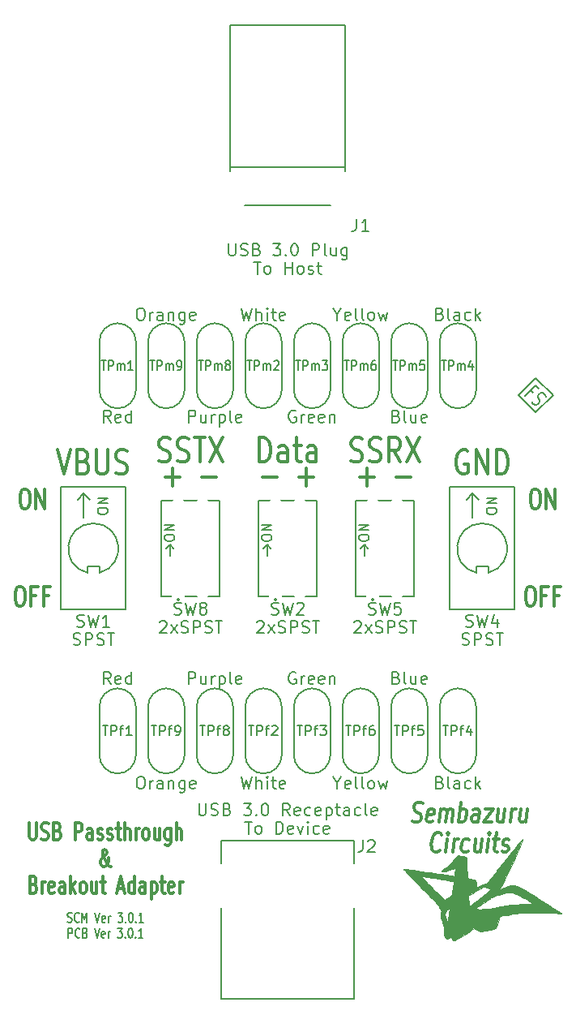
<source format=gto>
%TF.GenerationSoftware,KiCad,Pcbnew,4.0.1-stable*%
%TF.CreationDate,2016-02-23T23:31:04-05:00*%
%TF.ProjectId,USB Breakout v3.0,55534220427265616B6F75742076332E,3.0.1*%
%TF.FileFunction,Legend,Top*%
%FSLAX46Y46*%
G04 Gerber Fmt 4.6, Leading zero omitted, Abs format (unit mm)*
G04 Created by KiCad (PCBNEW 4.0.1-stable) date 2016-02-23 23:31:04*
%MOMM*%
G01*
G04 APERTURE LIST*
%ADD10C,0.025400*%
%ADD11C,0.203200*%
%ADD12C,0.304800*%
%ADD13C,0.190500*%
%ADD14C,0.002540*%
%ADD15O,3.501600X2.251600*%
%ADD16R,1.451600X2.126600*%
%ADD17O,1.451600X2.126600*%
%ADD18R,0.841600X2.881600*%
%ADD19O,0.841600X2.881600*%
%ADD20O,2.001600X4.501600*%
%ADD21C,1.301600*%
%ADD22R,1.301600X1.721600*%
%ADD23O,1.301600X1.721600*%
%ADD24C,3.901600*%
%ADD25C,3.225800*%
G04 APERTURE END LIST*
D10*
D11*
X26942143Y71815476D02*
X27667858Y71815476D01*
X27305001Y70545476D02*
X27305001Y71815476D01*
X28272620Y70545476D02*
X28151667Y70605952D01*
X28091191Y70666429D01*
X28030715Y70787381D01*
X28030715Y71150238D01*
X28091191Y71271190D01*
X28151667Y71331667D01*
X28272620Y71392143D01*
X28454048Y71392143D01*
X28575000Y71331667D01*
X28635477Y71271190D01*
X28695953Y71150238D01*
X28695953Y70787381D01*
X28635477Y70666429D01*
X28575000Y70605952D01*
X28454048Y70545476D01*
X28272620Y70545476D01*
X30207858Y70545476D02*
X30207858Y71815476D01*
X30207858Y71210714D02*
X30933572Y71210714D01*
X30933572Y70545476D02*
X30933572Y71815476D01*
X31719763Y70545476D02*
X31598810Y70605952D01*
X31538334Y70666429D01*
X31477858Y70787381D01*
X31477858Y71150238D01*
X31538334Y71271190D01*
X31598810Y71331667D01*
X31719763Y71392143D01*
X31901191Y71392143D01*
X32022143Y71331667D01*
X32082620Y71271190D01*
X32143096Y71150238D01*
X32143096Y70787381D01*
X32082620Y70666429D01*
X32022143Y70605952D01*
X31901191Y70545476D01*
X31719763Y70545476D01*
X32626906Y70605952D02*
X32747858Y70545476D01*
X32989763Y70545476D01*
X33110715Y70605952D01*
X33171191Y70726905D01*
X33171191Y70787381D01*
X33110715Y70908333D01*
X32989763Y70968810D01*
X32808334Y70968810D01*
X32687382Y71029286D01*
X32626906Y71150238D01*
X32626906Y71210714D01*
X32687382Y71331667D01*
X32808334Y71392143D01*
X32989763Y71392143D01*
X33110715Y71331667D01*
X33534048Y71392143D02*
X34017858Y71392143D01*
X33715477Y71815476D02*
X33715477Y70726905D01*
X33775953Y70605952D01*
X33896906Y70545476D01*
X34017858Y70545476D01*
X26004762Y13395476D02*
X26730477Y13395476D01*
X26367620Y12125476D02*
X26367620Y13395476D01*
X27335239Y12125476D02*
X27214286Y12185952D01*
X27153810Y12246429D01*
X27093334Y12367381D01*
X27093334Y12730238D01*
X27153810Y12851190D01*
X27214286Y12911667D01*
X27335239Y12972143D01*
X27516667Y12972143D01*
X27637619Y12911667D01*
X27698096Y12851190D01*
X27758572Y12730238D01*
X27758572Y12367381D01*
X27698096Y12246429D01*
X27637619Y12185952D01*
X27516667Y12125476D01*
X27335239Y12125476D01*
X29270477Y12125476D02*
X29270477Y13395476D01*
X29572858Y13395476D01*
X29754286Y13335000D01*
X29875239Y13214048D01*
X29935715Y13093095D01*
X29996191Y12851190D01*
X29996191Y12669762D01*
X29935715Y12427857D01*
X29875239Y12306905D01*
X29754286Y12185952D01*
X29572858Y12125476D01*
X29270477Y12125476D01*
X31024286Y12185952D02*
X30903334Y12125476D01*
X30661429Y12125476D01*
X30540477Y12185952D01*
X30480001Y12306905D01*
X30480001Y12790714D01*
X30540477Y12911667D01*
X30661429Y12972143D01*
X30903334Y12972143D01*
X31024286Y12911667D01*
X31084763Y12790714D01*
X31084763Y12669762D01*
X30480001Y12548810D01*
X31508096Y12972143D02*
X31810477Y12125476D01*
X32112857Y12972143D01*
X32596667Y12125476D02*
X32596667Y12972143D01*
X32596667Y13395476D02*
X32536191Y13335000D01*
X32596667Y13274524D01*
X32657143Y13335000D01*
X32596667Y13395476D01*
X32596667Y13274524D01*
X33745715Y12185952D02*
X33624762Y12125476D01*
X33382858Y12125476D01*
X33261905Y12185952D01*
X33201429Y12246429D01*
X33140953Y12367381D01*
X33140953Y12730238D01*
X33201429Y12851190D01*
X33261905Y12911667D01*
X33382858Y12972143D01*
X33624762Y12972143D01*
X33745715Y12911667D01*
X34773809Y12185952D02*
X34652857Y12125476D01*
X34410952Y12125476D01*
X34290000Y12185952D01*
X34229524Y12306905D01*
X34229524Y12790714D01*
X34290000Y12911667D01*
X34410952Y12972143D01*
X34652857Y12972143D01*
X34773809Y12911667D01*
X34834286Y12790714D01*
X34834286Y12669762D01*
X34229524Y12548810D01*
D12*
X6434667Y52190952D02*
X7112000Y49650952D01*
X7789333Y52190952D01*
X9144000Y50981429D02*
X9434286Y50860476D01*
X9531047Y50739524D01*
X9627809Y50497619D01*
X9627809Y50134762D01*
X9531047Y49892857D01*
X9434286Y49771905D01*
X9240762Y49650952D01*
X8466667Y49650952D01*
X8466667Y52190952D01*
X9144000Y52190952D01*
X9337524Y52070000D01*
X9434286Y51949048D01*
X9531047Y51707143D01*
X9531047Y51465238D01*
X9434286Y51223333D01*
X9337524Y51102381D01*
X9144000Y50981429D01*
X8466667Y50981429D01*
X10498667Y52190952D02*
X10498667Y50134762D01*
X10595428Y49892857D01*
X10692190Y49771905D01*
X10885714Y49650952D01*
X11272762Y49650952D01*
X11466286Y49771905D01*
X11563047Y49892857D01*
X11659809Y50134762D01*
X11659809Y52190952D01*
X12530667Y49771905D02*
X12820952Y49650952D01*
X13304762Y49650952D01*
X13498286Y49771905D01*
X13595048Y49892857D01*
X13691809Y50134762D01*
X13691809Y50376667D01*
X13595048Y50618571D01*
X13498286Y50739524D01*
X13304762Y50860476D01*
X12917714Y50981429D01*
X12724190Y51102381D01*
X12627429Y51223333D01*
X12530667Y51465238D01*
X12530667Y51707143D01*
X12627429Y51949048D01*
X12724190Y52070000D01*
X12917714Y52190952D01*
X13401524Y52190952D01*
X13691809Y52070000D01*
X27528763Y50920952D02*
X27528763Y53460952D01*
X28012572Y53460952D01*
X28302858Y53340000D01*
X28496382Y53098095D01*
X28593143Y52856190D01*
X28689905Y52372381D01*
X28689905Y52009524D01*
X28593143Y51525714D01*
X28496382Y51283810D01*
X28302858Y51041905D01*
X28012572Y50920952D01*
X27528763Y50920952D01*
X30431620Y50920952D02*
X30431620Y52251429D01*
X30334858Y52493333D01*
X30141334Y52614286D01*
X29754286Y52614286D01*
X29560763Y52493333D01*
X30431620Y51041905D02*
X30238096Y50920952D01*
X29754286Y50920952D01*
X29560763Y51041905D01*
X29464001Y51283810D01*
X29464001Y51525714D01*
X29560763Y51767619D01*
X29754286Y51888571D01*
X30238096Y51888571D01*
X30431620Y52009524D01*
X31108953Y52614286D02*
X31883048Y52614286D01*
X31399239Y53460952D02*
X31399239Y51283810D01*
X31496000Y51041905D01*
X31689524Y50920952D01*
X31883048Y50920952D01*
X33431239Y50920952D02*
X33431239Y52251429D01*
X33334477Y52493333D01*
X33140953Y52614286D01*
X32753905Y52614286D01*
X32560382Y52493333D01*
X33431239Y51041905D02*
X33237715Y50920952D01*
X32753905Y50920952D01*
X32560382Y51041905D01*
X32463620Y51283810D01*
X32463620Y51525714D01*
X32560382Y51767619D01*
X32753905Y51888571D01*
X33237715Y51888571D01*
X33431239Y52009524D01*
X37108191Y51041905D02*
X37398476Y50920952D01*
X37882286Y50920952D01*
X38075810Y51041905D01*
X38172572Y51162857D01*
X38269333Y51404762D01*
X38269333Y51646667D01*
X38172572Y51888571D01*
X38075810Y52009524D01*
X37882286Y52130476D01*
X37495238Y52251429D01*
X37301714Y52372381D01*
X37204953Y52493333D01*
X37108191Y52735238D01*
X37108191Y52977143D01*
X37204953Y53219048D01*
X37301714Y53340000D01*
X37495238Y53460952D01*
X37979048Y53460952D01*
X38269333Y53340000D01*
X39043429Y51041905D02*
X39333714Y50920952D01*
X39817524Y50920952D01*
X40011048Y51041905D01*
X40107810Y51162857D01*
X40204571Y51404762D01*
X40204571Y51646667D01*
X40107810Y51888571D01*
X40011048Y52009524D01*
X39817524Y52130476D01*
X39430476Y52251429D01*
X39236952Y52372381D01*
X39140191Y52493333D01*
X39043429Y52735238D01*
X39043429Y52977143D01*
X39140191Y53219048D01*
X39236952Y53340000D01*
X39430476Y53460952D01*
X39914286Y53460952D01*
X40204571Y53340000D01*
X42236571Y50920952D02*
X41559238Y52130476D01*
X41075429Y50920952D02*
X41075429Y53460952D01*
X41849524Y53460952D01*
X42043048Y53340000D01*
X42139809Y53219048D01*
X42236571Y52977143D01*
X42236571Y52614286D01*
X42139809Y52372381D01*
X42043048Y52251429D01*
X41849524Y52130476D01*
X41075429Y52130476D01*
X42913905Y53460952D02*
X44268571Y50920952D01*
X44268571Y53460952D02*
X42913905Y50920952D01*
X49251809Y52070000D02*
X49058286Y52190952D01*
X48768000Y52190952D01*
X48477714Y52070000D01*
X48284190Y51828095D01*
X48187429Y51586190D01*
X48090667Y51102381D01*
X48090667Y50739524D01*
X48187429Y50255714D01*
X48284190Y50013810D01*
X48477714Y49771905D01*
X48768000Y49650952D01*
X48961524Y49650952D01*
X49251809Y49771905D01*
X49348571Y49892857D01*
X49348571Y50739524D01*
X48961524Y50739524D01*
X50219429Y49650952D02*
X50219429Y52190952D01*
X51380571Y49650952D01*
X51380571Y52190952D01*
X52348191Y49650952D02*
X52348191Y52190952D01*
X52832000Y52190952D01*
X53122286Y52070000D01*
X53315810Y51828095D01*
X53412571Y51586190D01*
X53509333Y51102381D01*
X53509333Y50739524D01*
X53412571Y50255714D01*
X53315810Y50013810D01*
X53122286Y49771905D01*
X52832000Y49650952D01*
X52348191Y49650952D01*
X17030096Y51041905D02*
X17320381Y50920952D01*
X17804191Y50920952D01*
X17997715Y51041905D01*
X18094477Y51162857D01*
X18191238Y51404762D01*
X18191238Y51646667D01*
X18094477Y51888571D01*
X17997715Y52009524D01*
X17804191Y52130476D01*
X17417143Y52251429D01*
X17223619Y52372381D01*
X17126858Y52493333D01*
X17030096Y52735238D01*
X17030096Y52977143D01*
X17126858Y53219048D01*
X17223619Y53340000D01*
X17417143Y53460952D01*
X17900953Y53460952D01*
X18191238Y53340000D01*
X18965334Y51041905D02*
X19255619Y50920952D01*
X19739429Y50920952D01*
X19932953Y51041905D01*
X20029715Y51162857D01*
X20126476Y51404762D01*
X20126476Y51646667D01*
X20029715Y51888571D01*
X19932953Y52009524D01*
X19739429Y52130476D01*
X19352381Y52251429D01*
X19158857Y52372381D01*
X19062096Y52493333D01*
X18965334Y52735238D01*
X18965334Y52977143D01*
X19062096Y53219048D01*
X19158857Y53340000D01*
X19352381Y53460952D01*
X19836191Y53460952D01*
X20126476Y53340000D01*
X20707048Y53460952D02*
X21868191Y53460952D01*
X21287619Y50920952D02*
X21287619Y53460952D01*
X22352000Y53460952D02*
X23706666Y50920952D01*
X23706666Y53460952D02*
X22352000Y50920952D01*
X17640905Y49348571D02*
X19189095Y49348571D01*
X18415000Y48380952D02*
X18415000Y50316190D01*
X21450905Y49348571D02*
X22999095Y49348571D01*
X27800905Y49348571D02*
X29349095Y49348571D01*
X41770905Y49348571D02*
X43319095Y49348571D01*
X31610905Y49348571D02*
X33159095Y49348571D01*
X32385000Y48380952D02*
X32385000Y50316190D01*
X37960905Y49348571D02*
X39509095Y49348571D01*
X38735000Y48380952D02*
X38735000Y50316190D01*
D13*
X7474859Y2935212D02*
X7583716Y2886831D01*
X7765145Y2886831D01*
X7837716Y2935212D01*
X7874002Y2983593D01*
X7910287Y3080355D01*
X7910287Y3177117D01*
X7874002Y3273879D01*
X7837716Y3322260D01*
X7765145Y3370640D01*
X7620002Y3419021D01*
X7547430Y3467402D01*
X7511145Y3515783D01*
X7474859Y3612545D01*
X7474859Y3709307D01*
X7511145Y3806069D01*
X7547430Y3854450D01*
X7620002Y3902831D01*
X7801430Y3902831D01*
X7910287Y3854450D01*
X8672287Y2983593D02*
X8636001Y2935212D01*
X8527144Y2886831D01*
X8454573Y2886831D01*
X8345716Y2935212D01*
X8273144Y3031974D01*
X8236859Y3128736D01*
X8200573Y3322260D01*
X8200573Y3467402D01*
X8236859Y3660926D01*
X8273144Y3757688D01*
X8345716Y3854450D01*
X8454573Y3902831D01*
X8527144Y3902831D01*
X8636001Y3854450D01*
X8672287Y3806069D01*
X8998859Y2886831D02*
X8998859Y3902831D01*
X9252859Y3177117D01*
X9506859Y3902831D01*
X9506859Y2886831D01*
X10341429Y3902831D02*
X10595429Y2886831D01*
X10849429Y3902831D01*
X11393715Y2935212D02*
X11321144Y2886831D01*
X11176001Y2886831D01*
X11103430Y2935212D01*
X11067144Y3031974D01*
X11067144Y3419021D01*
X11103430Y3515783D01*
X11176001Y3564164D01*
X11321144Y3564164D01*
X11393715Y3515783D01*
X11430001Y3419021D01*
X11430001Y3322260D01*
X11067144Y3225498D01*
X11756573Y2886831D02*
X11756573Y3564164D01*
X11756573Y3370640D02*
X11792858Y3467402D01*
X11829144Y3515783D01*
X11901715Y3564164D01*
X11974287Y3564164D01*
X12736286Y3902831D02*
X13208000Y3902831D01*
X12954000Y3515783D01*
X13062858Y3515783D01*
X13135429Y3467402D01*
X13171715Y3419021D01*
X13208000Y3322260D01*
X13208000Y3080355D01*
X13171715Y2983593D01*
X13135429Y2935212D01*
X13062858Y2886831D01*
X12845143Y2886831D01*
X12772572Y2935212D01*
X12736286Y2983593D01*
X13534572Y2983593D02*
X13570857Y2935212D01*
X13534572Y2886831D01*
X13498286Y2935212D01*
X13534572Y2983593D01*
X13534572Y2886831D01*
X14042571Y3902831D02*
X14115143Y3902831D01*
X14187714Y3854450D01*
X14224000Y3806069D01*
X14260286Y3709307D01*
X14296571Y3515783D01*
X14296571Y3273879D01*
X14260286Y3080355D01*
X14224000Y2983593D01*
X14187714Y2935212D01*
X14115143Y2886831D01*
X14042571Y2886831D01*
X13970000Y2935212D01*
X13933714Y2983593D01*
X13897429Y3080355D01*
X13861143Y3273879D01*
X13861143Y3515783D01*
X13897429Y3709307D01*
X13933714Y3806069D01*
X13970000Y3854450D01*
X14042571Y3902831D01*
X14623143Y2983593D02*
X14659428Y2935212D01*
X14623143Y2886831D01*
X14586857Y2935212D01*
X14623143Y2983593D01*
X14623143Y2886831D01*
X15385142Y2886831D02*
X14949714Y2886831D01*
X15167428Y2886831D02*
X15167428Y3902831D01*
X15094857Y3757688D01*
X15022285Y3660926D01*
X14949714Y3612545D01*
X7547430Y1273931D02*
X7547430Y2289931D01*
X7837715Y2289931D01*
X7910287Y2241550D01*
X7946572Y2193169D01*
X7982858Y2096407D01*
X7982858Y1951264D01*
X7946572Y1854502D01*
X7910287Y1806121D01*
X7837715Y1757740D01*
X7547430Y1757740D01*
X8744858Y1370693D02*
X8708572Y1322312D01*
X8599715Y1273931D01*
X8527144Y1273931D01*
X8418287Y1322312D01*
X8345715Y1419074D01*
X8309430Y1515836D01*
X8273144Y1709360D01*
X8273144Y1854502D01*
X8309430Y2048026D01*
X8345715Y2144788D01*
X8418287Y2241550D01*
X8527144Y2289931D01*
X8599715Y2289931D01*
X8708572Y2241550D01*
X8744858Y2193169D01*
X9325430Y1806121D02*
X9434287Y1757740D01*
X9470572Y1709360D01*
X9506858Y1612598D01*
X9506858Y1467455D01*
X9470572Y1370693D01*
X9434287Y1322312D01*
X9361715Y1273931D01*
X9071430Y1273931D01*
X9071430Y2289931D01*
X9325430Y2289931D01*
X9398001Y2241550D01*
X9434287Y2193169D01*
X9470572Y2096407D01*
X9470572Y1999645D01*
X9434287Y1902883D01*
X9398001Y1854502D01*
X9325430Y1806121D01*
X9071430Y1806121D01*
X10305143Y2289931D02*
X10559143Y1273931D01*
X10813143Y2289931D01*
X11357429Y1322312D02*
X11284858Y1273931D01*
X11139715Y1273931D01*
X11067144Y1322312D01*
X11030858Y1419074D01*
X11030858Y1806121D01*
X11067144Y1902883D01*
X11139715Y1951264D01*
X11284858Y1951264D01*
X11357429Y1902883D01*
X11393715Y1806121D01*
X11393715Y1709360D01*
X11030858Y1612598D01*
X11720287Y1273931D02*
X11720287Y1951264D01*
X11720287Y1757740D02*
X11756572Y1854502D01*
X11792858Y1902883D01*
X11865429Y1951264D01*
X11938001Y1951264D01*
X12700000Y2289931D02*
X13171714Y2289931D01*
X12917714Y1902883D01*
X13026572Y1902883D01*
X13099143Y1854502D01*
X13135429Y1806121D01*
X13171714Y1709360D01*
X13171714Y1467455D01*
X13135429Y1370693D01*
X13099143Y1322312D01*
X13026572Y1273931D01*
X12808857Y1273931D01*
X12736286Y1322312D01*
X12700000Y1370693D01*
X13498286Y1370693D02*
X13534571Y1322312D01*
X13498286Y1273931D01*
X13462000Y1322312D01*
X13498286Y1370693D01*
X13498286Y1273931D01*
X14006285Y2289931D02*
X14078857Y2289931D01*
X14151428Y2241550D01*
X14187714Y2193169D01*
X14224000Y2096407D01*
X14260285Y1902883D01*
X14260285Y1660979D01*
X14224000Y1467455D01*
X14187714Y1370693D01*
X14151428Y1322312D01*
X14078857Y1273931D01*
X14006285Y1273931D01*
X13933714Y1322312D01*
X13897428Y1370693D01*
X13861143Y1467455D01*
X13824857Y1660979D01*
X13824857Y1902883D01*
X13861143Y2096407D01*
X13897428Y2193169D01*
X13933714Y2241550D01*
X14006285Y2289931D01*
X14586857Y1370693D02*
X14623142Y1322312D01*
X14586857Y1273931D01*
X14550571Y1322312D01*
X14586857Y1370693D01*
X14586857Y1273931D01*
X15348856Y1273931D02*
X14913428Y1273931D01*
X15131142Y1273931D02*
X15131142Y2289931D01*
X15058571Y2144788D01*
X14985999Y2048026D01*
X14913428Y1999645D01*
D12*
X2358572Y37942762D02*
X2648858Y37942762D01*
X2794000Y37846000D01*
X2939143Y37652476D01*
X3011715Y37265429D01*
X3011715Y36588095D01*
X2939143Y36201048D01*
X2794000Y36007524D01*
X2648858Y35910762D01*
X2358572Y35910762D01*
X2213429Y36007524D01*
X2068286Y36201048D01*
X1995715Y36588095D01*
X1995715Y37265429D01*
X2068286Y37652476D01*
X2213429Y37846000D01*
X2358572Y37942762D01*
X4172857Y36975143D02*
X3664857Y36975143D01*
X3664857Y35910762D02*
X3664857Y37942762D01*
X4390571Y37942762D01*
X5479143Y36975143D02*
X4971143Y36975143D01*
X4971143Y35910762D02*
X4971143Y37942762D01*
X5696857Y37942762D01*
X55698572Y37942762D02*
X55988858Y37942762D01*
X56134000Y37846000D01*
X56279143Y37652476D01*
X56351715Y37265429D01*
X56351715Y36588095D01*
X56279143Y36201048D01*
X56134000Y36007524D01*
X55988858Y35910762D01*
X55698572Y35910762D01*
X55553429Y36007524D01*
X55408286Y36201048D01*
X55335715Y36588095D01*
X55335715Y37265429D01*
X55408286Y37652476D01*
X55553429Y37846000D01*
X55698572Y37942762D01*
X57512857Y36975143D02*
X57004857Y36975143D01*
X57004857Y35910762D02*
X57004857Y37942762D01*
X57730571Y37942762D01*
X58819143Y36975143D02*
X58311143Y36975143D01*
X58311143Y35910762D02*
X58311143Y37942762D01*
X59036857Y37942762D01*
X2866572Y48102762D02*
X3156858Y48102762D01*
X3302000Y48006000D01*
X3447143Y47812476D01*
X3519715Y47425429D01*
X3519715Y46748095D01*
X3447143Y46361048D01*
X3302000Y46167524D01*
X3156858Y46070762D01*
X2866572Y46070762D01*
X2721429Y46167524D01*
X2576286Y46361048D01*
X2503715Y46748095D01*
X2503715Y47425429D01*
X2576286Y47812476D01*
X2721429Y48006000D01*
X2866572Y48102762D01*
X4172857Y46070762D02*
X4172857Y48102762D01*
X5043714Y46070762D01*
X5043714Y48102762D01*
X56206572Y48102762D02*
X56496858Y48102762D01*
X56642000Y48006000D01*
X56787143Y47812476D01*
X56859715Y47425429D01*
X56859715Y46748095D01*
X56787143Y46361048D01*
X56642000Y46167524D01*
X56496858Y46070762D01*
X56206572Y46070762D01*
X56061429Y46167524D01*
X55916286Y46361048D01*
X55843715Y46748095D01*
X55843715Y47425429D01*
X55916286Y47812476D01*
X56061429Y48006000D01*
X56206572Y48102762D01*
X57512857Y46070762D02*
X57512857Y48102762D01*
X58383714Y46070762D01*
X58383714Y48102762D01*
X3477381Y13292667D02*
X3477381Y11853333D01*
X3537857Y11684000D01*
X3598333Y11599333D01*
X3719286Y11514667D01*
X3961190Y11514667D01*
X4082143Y11599333D01*
X4142619Y11684000D01*
X4203095Y11853333D01*
X4203095Y13292667D01*
X4747381Y11599333D02*
X4928809Y11514667D01*
X5231190Y11514667D01*
X5352143Y11599333D01*
X5412619Y11684000D01*
X5473095Y11853333D01*
X5473095Y12022667D01*
X5412619Y12192000D01*
X5352143Y12276667D01*
X5231190Y12361333D01*
X4989286Y12446000D01*
X4868333Y12530667D01*
X4807857Y12615333D01*
X4747381Y12784667D01*
X4747381Y12954000D01*
X4807857Y13123333D01*
X4868333Y13208000D01*
X4989286Y13292667D01*
X5291666Y13292667D01*
X5473095Y13208000D01*
X6440714Y12446000D02*
X6622143Y12361333D01*
X6682619Y12276667D01*
X6743095Y12107333D01*
X6743095Y11853333D01*
X6682619Y11684000D01*
X6622143Y11599333D01*
X6501190Y11514667D01*
X6017381Y11514667D01*
X6017381Y13292667D01*
X6440714Y13292667D01*
X6561667Y13208000D01*
X6622143Y13123333D01*
X6682619Y12954000D01*
X6682619Y12784667D01*
X6622143Y12615333D01*
X6561667Y12530667D01*
X6440714Y12446000D01*
X6017381Y12446000D01*
X8255000Y11514667D02*
X8255000Y13292667D01*
X8738809Y13292667D01*
X8859762Y13208000D01*
X8920238Y13123333D01*
X8980714Y12954000D01*
X8980714Y12700000D01*
X8920238Y12530667D01*
X8859762Y12446000D01*
X8738809Y12361333D01*
X8255000Y12361333D01*
X10069286Y11514667D02*
X10069286Y12446000D01*
X10008809Y12615333D01*
X9887857Y12700000D01*
X9645952Y12700000D01*
X9525000Y12615333D01*
X10069286Y11599333D02*
X9948333Y11514667D01*
X9645952Y11514667D01*
X9525000Y11599333D01*
X9464524Y11768667D01*
X9464524Y11938000D01*
X9525000Y12107333D01*
X9645952Y12192000D01*
X9948333Y12192000D01*
X10069286Y12276667D01*
X10613572Y11599333D02*
X10734524Y11514667D01*
X10976429Y11514667D01*
X11097381Y11599333D01*
X11157857Y11768667D01*
X11157857Y11853333D01*
X11097381Y12022667D01*
X10976429Y12107333D01*
X10795000Y12107333D01*
X10674048Y12192000D01*
X10613572Y12361333D01*
X10613572Y12446000D01*
X10674048Y12615333D01*
X10795000Y12700000D01*
X10976429Y12700000D01*
X11097381Y12615333D01*
X11641667Y11599333D02*
X11762619Y11514667D01*
X12004524Y11514667D01*
X12125476Y11599333D01*
X12185952Y11768667D01*
X12185952Y11853333D01*
X12125476Y12022667D01*
X12004524Y12107333D01*
X11823095Y12107333D01*
X11702143Y12192000D01*
X11641667Y12361333D01*
X11641667Y12446000D01*
X11702143Y12615333D01*
X11823095Y12700000D01*
X12004524Y12700000D01*
X12125476Y12615333D01*
X12548809Y12700000D02*
X13032619Y12700000D01*
X12730238Y13292667D02*
X12730238Y11768667D01*
X12790714Y11599333D01*
X12911667Y11514667D01*
X13032619Y11514667D01*
X13455952Y11514667D02*
X13455952Y13292667D01*
X14000238Y11514667D02*
X14000238Y12446000D01*
X13939761Y12615333D01*
X13818809Y12700000D01*
X13637381Y12700000D01*
X13516428Y12615333D01*
X13455952Y12530667D01*
X14605000Y11514667D02*
X14605000Y12700000D01*
X14605000Y12361333D02*
X14665476Y12530667D01*
X14725952Y12615333D01*
X14846905Y12700000D01*
X14967857Y12700000D01*
X15572619Y11514667D02*
X15451666Y11599333D01*
X15391190Y11684000D01*
X15330714Y11853333D01*
X15330714Y12361333D01*
X15391190Y12530667D01*
X15451666Y12615333D01*
X15572619Y12700000D01*
X15754047Y12700000D01*
X15874999Y12615333D01*
X15935476Y12530667D01*
X15995952Y12361333D01*
X15995952Y11853333D01*
X15935476Y11684000D01*
X15874999Y11599333D01*
X15754047Y11514667D01*
X15572619Y11514667D01*
X17084524Y12700000D02*
X17084524Y11514667D01*
X16540238Y12700000D02*
X16540238Y11768667D01*
X16600714Y11599333D01*
X16721667Y11514667D01*
X16903095Y11514667D01*
X17024047Y11599333D01*
X17084524Y11684000D01*
X18233572Y12700000D02*
X18233572Y11260667D01*
X18173095Y11091333D01*
X18112619Y11006667D01*
X17991667Y10922000D01*
X17810238Y10922000D01*
X17689286Y11006667D01*
X18233572Y11599333D02*
X18112619Y11514667D01*
X17870715Y11514667D01*
X17749762Y11599333D01*
X17689286Y11684000D01*
X17628810Y11853333D01*
X17628810Y12361333D01*
X17689286Y12530667D01*
X17749762Y12615333D01*
X17870715Y12700000D01*
X18112619Y12700000D01*
X18233572Y12615333D01*
X18838334Y11514667D02*
X18838334Y13292667D01*
X19382620Y11514667D02*
X19382620Y12446000D01*
X19322143Y12615333D01*
X19201191Y12700000D01*
X19019763Y12700000D01*
X18898810Y12615333D01*
X18838334Y12530667D01*
X11974286Y8720667D02*
X11913810Y8720667D01*
X11792858Y8805333D01*
X11611429Y9059333D01*
X11309048Y9567333D01*
X11188096Y9821333D01*
X11127620Y10075333D01*
X11127620Y10244667D01*
X11188096Y10414000D01*
X11309048Y10498667D01*
X11369524Y10498667D01*
X11490477Y10414000D01*
X11550953Y10244667D01*
X11550953Y10160000D01*
X11490477Y9990667D01*
X11430000Y9906000D01*
X11067143Y9567333D01*
X11006667Y9482667D01*
X10946191Y9313333D01*
X10946191Y9059333D01*
X11006667Y8890000D01*
X11067143Y8805333D01*
X11188096Y8720667D01*
X11369524Y8720667D01*
X11490477Y8805333D01*
X11550953Y8890000D01*
X11732381Y9228667D01*
X11792858Y9482667D01*
X11792858Y9652000D01*
X3930953Y6858000D02*
X4112382Y6773333D01*
X4172858Y6688667D01*
X4233334Y6519333D01*
X4233334Y6265333D01*
X4172858Y6096000D01*
X4112382Y6011333D01*
X3991429Y5926667D01*
X3507620Y5926667D01*
X3507620Y7704667D01*
X3930953Y7704667D01*
X4051906Y7620000D01*
X4112382Y7535333D01*
X4172858Y7366000D01*
X4172858Y7196667D01*
X4112382Y7027333D01*
X4051906Y6942667D01*
X3930953Y6858000D01*
X3507620Y6858000D01*
X4777620Y5926667D02*
X4777620Y7112000D01*
X4777620Y6773333D02*
X4838096Y6942667D01*
X4898572Y7027333D01*
X5019525Y7112000D01*
X5140477Y7112000D01*
X6047619Y6011333D02*
X5926667Y5926667D01*
X5684762Y5926667D01*
X5563810Y6011333D01*
X5503334Y6180667D01*
X5503334Y6858000D01*
X5563810Y7027333D01*
X5684762Y7112000D01*
X5926667Y7112000D01*
X6047619Y7027333D01*
X6108096Y6858000D01*
X6108096Y6688667D01*
X5503334Y6519333D01*
X7196667Y5926667D02*
X7196667Y6858000D01*
X7136190Y7027333D01*
X7015238Y7112000D01*
X6773333Y7112000D01*
X6652381Y7027333D01*
X7196667Y6011333D02*
X7075714Y5926667D01*
X6773333Y5926667D01*
X6652381Y6011333D01*
X6591905Y6180667D01*
X6591905Y6350000D01*
X6652381Y6519333D01*
X6773333Y6604000D01*
X7075714Y6604000D01*
X7196667Y6688667D01*
X7801429Y5926667D02*
X7801429Y7704667D01*
X7922381Y6604000D02*
X8285238Y5926667D01*
X8285238Y7112000D02*
X7801429Y6434667D01*
X9010953Y5926667D02*
X8890000Y6011333D01*
X8829524Y6096000D01*
X8769048Y6265333D01*
X8769048Y6773333D01*
X8829524Y6942667D01*
X8890000Y7027333D01*
X9010953Y7112000D01*
X9192381Y7112000D01*
X9313333Y7027333D01*
X9373810Y6942667D01*
X9434286Y6773333D01*
X9434286Y6265333D01*
X9373810Y6096000D01*
X9313333Y6011333D01*
X9192381Y5926667D01*
X9010953Y5926667D01*
X10522858Y7112000D02*
X10522858Y5926667D01*
X9978572Y7112000D02*
X9978572Y6180667D01*
X10039048Y6011333D01*
X10160001Y5926667D01*
X10341429Y5926667D01*
X10462381Y6011333D01*
X10522858Y6096000D01*
X10946191Y7112000D02*
X11430001Y7112000D01*
X11127620Y7704667D02*
X11127620Y6180667D01*
X11188096Y6011333D01*
X11309049Y5926667D01*
X11430001Y5926667D01*
X12760477Y6434667D02*
X13365239Y6434667D01*
X12639524Y5926667D02*
X13062858Y7704667D01*
X13486191Y5926667D01*
X14453810Y5926667D02*
X14453810Y7704667D01*
X14453810Y6011333D02*
X14332857Y5926667D01*
X14090953Y5926667D01*
X13970000Y6011333D01*
X13909524Y6096000D01*
X13849048Y6265333D01*
X13849048Y6773333D01*
X13909524Y6942667D01*
X13970000Y7027333D01*
X14090953Y7112000D01*
X14332857Y7112000D01*
X14453810Y7027333D01*
X15602858Y5926667D02*
X15602858Y6858000D01*
X15542381Y7027333D01*
X15421429Y7112000D01*
X15179524Y7112000D01*
X15058572Y7027333D01*
X15602858Y6011333D02*
X15481905Y5926667D01*
X15179524Y5926667D01*
X15058572Y6011333D01*
X14998096Y6180667D01*
X14998096Y6350000D01*
X15058572Y6519333D01*
X15179524Y6604000D01*
X15481905Y6604000D01*
X15602858Y6688667D01*
X16207620Y7112000D02*
X16207620Y5334000D01*
X16207620Y7027333D02*
X16328572Y7112000D01*
X16570477Y7112000D01*
X16691429Y7027333D01*
X16751906Y6942667D01*
X16812382Y6773333D01*
X16812382Y6265333D01*
X16751906Y6096000D01*
X16691429Y6011333D01*
X16570477Y5926667D01*
X16328572Y5926667D01*
X16207620Y6011333D01*
X17175239Y7112000D02*
X17659049Y7112000D01*
X17356668Y7704667D02*
X17356668Y6180667D01*
X17417144Y6011333D01*
X17538097Y5926667D01*
X17659049Y5926667D01*
X18566191Y6011333D02*
X18445239Y5926667D01*
X18203334Y5926667D01*
X18082382Y6011333D01*
X18021906Y6180667D01*
X18021906Y6858000D01*
X18082382Y7027333D01*
X18203334Y7112000D01*
X18445239Y7112000D01*
X18566191Y7027333D01*
X18626668Y6858000D01*
X18626668Y6688667D01*
X18021906Y6519333D01*
X19170953Y5926667D02*
X19170953Y7112000D01*
X19170953Y6773333D02*
X19231429Y6942667D01*
X19291905Y7027333D01*
X19412858Y7112000D01*
X19533810Y7112000D01*
X43508084Y13452324D02*
X43713702Y13355562D01*
X44076559Y13355562D01*
X44233798Y13452324D01*
X44318464Y13549086D01*
X44415226Y13742610D01*
X44439417Y13936133D01*
X44391035Y14129657D01*
X44330559Y14226419D01*
X44197512Y14323181D01*
X43919321Y14419943D01*
X43786274Y14516705D01*
X43725797Y14613467D01*
X43677417Y14806990D01*
X43701607Y15000514D01*
X43798369Y15194038D01*
X43883036Y15290800D01*
X44040273Y15387562D01*
X44403131Y15387562D01*
X44608750Y15290800D01*
X45612656Y13452324D02*
X45455417Y13355562D01*
X45165131Y13355562D01*
X45032084Y13452324D01*
X44983703Y13645848D01*
X45080465Y14419943D01*
X45177226Y14613467D01*
X45334465Y14710229D01*
X45624751Y14710229D01*
X45757798Y14613467D01*
X45806179Y14419943D01*
X45781988Y14226419D01*
X45032084Y14032895D01*
X46326274Y13355562D02*
X46495608Y14710229D01*
X46471417Y14516705D02*
X46556084Y14613467D01*
X46713322Y14710229D01*
X46931037Y14710229D01*
X47064084Y14613467D01*
X47112465Y14419943D01*
X46979417Y13355562D01*
X47112465Y14419943D02*
X47209226Y14613467D01*
X47366465Y14710229D01*
X47584180Y14710229D01*
X47717226Y14613467D01*
X47765608Y14419943D01*
X47632560Y13355562D01*
X48358274Y13355562D02*
X48612274Y15387562D01*
X48515512Y14613467D02*
X48672751Y14710229D01*
X48963037Y14710229D01*
X49096084Y14613467D01*
X49156560Y14516705D01*
X49204941Y14323181D01*
X49132369Y13742610D01*
X49035608Y13549086D01*
X48950942Y13452324D01*
X48793703Y13355562D01*
X48503417Y13355562D01*
X48370370Y13452324D01*
X50390274Y13355562D02*
X50523322Y14419943D01*
X50474941Y14613467D01*
X50341894Y14710229D01*
X50051608Y14710229D01*
X49894369Y14613467D01*
X50402370Y13452324D02*
X50245131Y13355562D01*
X49882274Y13355562D01*
X49749227Y13452324D01*
X49700846Y13645848D01*
X49725036Y13839371D01*
X49821798Y14032895D01*
X49979036Y14129657D01*
X50341893Y14129657D01*
X50499131Y14226419D01*
X51140179Y14710229D02*
X51938465Y14710229D01*
X50970845Y13355562D01*
X51769131Y13355562D01*
X53172179Y14710229D02*
X53002845Y13355562D01*
X52519036Y14710229D02*
X52385988Y13645848D01*
X52434370Y13452324D01*
X52567416Y13355562D01*
X52785131Y13355562D01*
X52942370Y13452324D01*
X53027036Y13549086D01*
X53728559Y13355562D02*
X53897893Y14710229D01*
X53849512Y14323181D02*
X53946274Y14516705D01*
X54030940Y14613467D01*
X54188179Y14710229D01*
X54333322Y14710229D01*
X55494465Y14710229D02*
X55325131Y13355562D01*
X54841322Y14710229D02*
X54708274Y13645848D01*
X54756656Y13452324D01*
X54889702Y13355562D01*
X55107417Y13355562D01*
X55264656Y13452324D01*
X55349322Y13549086D01*
X46350465Y10399486D02*
X46265799Y10302724D01*
X46035989Y10205962D01*
X45890846Y10205962D01*
X45685227Y10302724D01*
X45564275Y10496248D01*
X45515893Y10689771D01*
X45491703Y11076819D01*
X45527989Y11367105D01*
X45648941Y11754152D01*
X45745704Y11947676D01*
X45915036Y12141200D01*
X46144846Y12237962D01*
X46289989Y12237962D01*
X46495608Y12141200D01*
X46556084Y12044438D01*
X46979417Y10205962D02*
X47148751Y11560629D01*
X47233417Y12237962D02*
X47148751Y12141200D01*
X47209227Y12044438D01*
X47293894Y12141200D01*
X47233417Y12237962D01*
X47209227Y12044438D01*
X47705131Y10205962D02*
X47874465Y11560629D01*
X47826084Y11173581D02*
X47922846Y11367105D01*
X48007512Y11463867D01*
X48164751Y11560629D01*
X48309894Y11560629D01*
X49313799Y10302724D02*
X49156560Y10205962D01*
X48866274Y10205962D01*
X48733228Y10302724D01*
X48672751Y10399486D01*
X48624370Y10593010D01*
X48696942Y11173581D01*
X48793703Y11367105D01*
X48878370Y11463867D01*
X49035608Y11560629D01*
X49325894Y11560629D01*
X49458941Y11463867D01*
X50777323Y11560629D02*
X50607989Y10205962D01*
X50124180Y11560629D02*
X49991132Y10496248D01*
X50039514Y10302724D01*
X50172560Y10205962D01*
X50390275Y10205962D01*
X50547514Y10302724D01*
X50632180Y10399486D01*
X51333703Y10205962D02*
X51503037Y11560629D01*
X51587703Y12237962D02*
X51503037Y12141200D01*
X51563513Y12044438D01*
X51648180Y12141200D01*
X51587703Y12237962D01*
X51563513Y12044438D01*
X52011037Y11560629D02*
X52591608Y11560629D01*
X52313417Y12237962D02*
X52095703Y10496248D01*
X52144085Y10302724D01*
X52277131Y10205962D01*
X52422274Y10205962D01*
X52869799Y10302724D02*
X53002846Y10205962D01*
X53293131Y10205962D01*
X53450370Y10302724D01*
X53547132Y10496248D01*
X53559227Y10593010D01*
X53510846Y10786533D01*
X53377798Y10883295D01*
X53160084Y10883295D01*
X53027036Y10980057D01*
X52978656Y11173581D01*
X52990751Y11270343D01*
X53087512Y11463867D01*
X53244751Y11560629D01*
X53462465Y11560629D01*
X53595512Y11463867D01*
D14*
G36*
X59062620Y3837940D02*
X59057540Y3807460D01*
X59014360Y3802380D01*
X58925460Y3810000D01*
X58742580Y3830320D01*
X58498740Y3848100D01*
X58209180Y3863340D01*
X57876440Y3873500D01*
X57513220Y3883660D01*
X57132220Y3891280D01*
X56735980Y3896360D01*
X56337200Y3893820D01*
X56106060Y3893820D01*
X56106060Y4820920D01*
X56080660Y4846320D01*
X56001920Y4904740D01*
X55887620Y4983480D01*
X55742840Y5077460D01*
X55577740Y5181600D01*
X55402480Y5290820D01*
X55224680Y5400040D01*
X55143400Y5448300D01*
X54864000Y5605780D01*
X54589680Y5748020D01*
X54335680Y5867400D01*
X54114700Y5956300D01*
X54046120Y5981700D01*
X53914040Y6019800D01*
X53812440Y6037580D01*
X53713380Y6035040D01*
X53576220Y6017260D01*
X53571140Y6014720D01*
X53355240Y5974080D01*
X53088540Y5913120D01*
X52778660Y5834380D01*
X52443380Y5742940D01*
X52303680Y5704840D01*
X52207160Y5674360D01*
X52120800Y5646420D01*
X52039520Y5615940D01*
X51953160Y5575300D01*
X51856640Y5519420D01*
X51739800Y5450840D01*
X51643280Y5389880D01*
X51643280Y6319520D01*
X51622960Y6352540D01*
X51554380Y6400800D01*
X51455320Y6454140D01*
X51341020Y6507480D01*
X51226720Y6545580D01*
X51193700Y6555740D01*
X51069240Y6578600D01*
X50972720Y6573520D01*
X50904140Y6555740D01*
X50782220Y6499860D01*
X50609500Y6410960D01*
X50391060Y6289040D01*
X50139600Y6136640D01*
X49860200Y5956300D01*
X49801780Y5918200D01*
X49362360Y5633720D01*
X49385220Y5321300D01*
X49405540Y5067300D01*
X49423320Y4874260D01*
X49438560Y4737100D01*
X49453800Y4645660D01*
X49469040Y4597400D01*
X49484280Y4582160D01*
X49532540Y4602480D01*
X49601120Y4655820D01*
X49608740Y4663440D01*
X49654460Y4701540D01*
X49748440Y4780280D01*
X49880520Y4886960D01*
X50045620Y5021580D01*
X50238660Y5176520D01*
X50452020Y5346700D01*
X50665380Y5519420D01*
X50883820Y5697220D01*
X51089560Y5862320D01*
X51269900Y6007100D01*
X51422300Y6131560D01*
X51539140Y6230620D01*
X51615340Y6294120D01*
X51643280Y6319520D01*
X51643280Y5389880D01*
X51595020Y5356860D01*
X51412140Y5237480D01*
X51188620Y5087620D01*
X51010820Y4968240D01*
X50787300Y4815840D01*
X50581560Y4676140D01*
X50401220Y4551680D01*
X50251360Y4447540D01*
X50139600Y4368800D01*
X50073560Y4320540D01*
X50058320Y4305300D01*
X50083720Y4287520D01*
X50165000Y4274820D01*
X50294540Y4264660D01*
X50459640Y4259580D01*
X50650140Y4259580D01*
X50855880Y4264660D01*
X51069240Y4269740D01*
X51277520Y4282440D01*
X51473100Y4295140D01*
X51640740Y4315460D01*
X51734720Y4328160D01*
X51902360Y4361180D01*
X52100480Y4399280D01*
X52285900Y4442460D01*
X52313840Y4447540D01*
X52809140Y4551680D01*
X53332380Y4640580D01*
X53863240Y4714240D01*
X54391560Y4770120D01*
X54899560Y4805680D01*
X55369460Y4818380D01*
X55666640Y4813300D01*
X55831740Y4808220D01*
X55966360Y4808220D01*
X56062880Y4813300D01*
X56106060Y4818380D01*
X56106060Y4820920D01*
X56106060Y3893820D01*
X55989220Y3891280D01*
X55592980Y3883660D01*
X55252620Y3873500D01*
X54957980Y3863340D01*
X54696360Y3848100D01*
X54452520Y3827780D01*
X54216300Y3799840D01*
X53975000Y3764280D01*
X53718460Y3721100D01*
X53433980Y3667760D01*
X53113940Y3604260D01*
X52654200Y3510280D01*
X52458620Y2915920D01*
X52395120Y2725420D01*
X52336700Y2557780D01*
X52285900Y2423160D01*
X52250340Y2329180D01*
X52232560Y2293620D01*
X52179220Y2265680D01*
X52070000Y2230120D01*
X51920140Y2189480D01*
X51739800Y2146300D01*
X51541680Y2100580D01*
X51335940Y2057400D01*
X51137820Y2021840D01*
X50957480Y1991360D01*
X50810160Y1971040D01*
X50706020Y1963420D01*
X50703480Y1960880D01*
X50584100Y1968500D01*
X50482500Y1988820D01*
X50368200Y2032000D01*
X50236120Y2098040D01*
X49974500Y2235200D01*
X49707800Y2065020D01*
X49542700Y1960880D01*
X49349660Y1838960D01*
X49136300Y1709420D01*
X48917860Y1577340D01*
X48704500Y1450340D01*
X48503840Y1330960D01*
X48328580Y1231900D01*
X48193960Y1153160D01*
X48115220Y1112520D01*
X47970440Y1043940D01*
X47868840Y1003300D01*
X47807880Y993140D01*
X47807880Y7109460D01*
X47805340Y7145020D01*
X47805340Y7145020D01*
X47767240Y7155180D01*
X47673260Y7172960D01*
X47525940Y7200900D01*
X47335440Y7236460D01*
X47111920Y7274560D01*
X46857920Y7320280D01*
X46667420Y7353300D01*
X46210220Y7429500D01*
X45816520Y7498080D01*
X45483780Y7553960D01*
X45206920Y7602220D01*
X44978320Y7640320D01*
X44797980Y7673340D01*
X44660820Y7696200D01*
X44564300Y7716520D01*
X44503340Y7726680D01*
X44480480Y7731760D01*
X44419520Y7734300D01*
X44409360Y7706360D01*
X44434760Y7673340D01*
X44503340Y7597140D01*
X44610020Y7485380D01*
X44752260Y7338060D01*
X44927520Y7160260D01*
X45125640Y6962140D01*
X45344080Y6741160D01*
X45580300Y6507480D01*
X45646340Y6441440D01*
X46878240Y5224780D01*
X47165260Y5405120D01*
X47297340Y5488940D01*
X47414180Y5565140D01*
X47503080Y5623560D01*
X47531020Y5643880D01*
X47566580Y5674360D01*
X47594520Y5725160D01*
X47617380Y5798820D01*
X47642780Y5918200D01*
X47668180Y6088380D01*
X47673260Y6118860D01*
X47721520Y6436360D01*
X47757080Y6692900D01*
X47785020Y6885940D01*
X47800260Y7025640D01*
X47807880Y7109460D01*
X47807880Y993140D01*
X47800260Y993140D01*
X47746920Y1003300D01*
X47731680Y1010920D01*
X47685960Y1064260D01*
X47642780Y1150620D01*
X47637700Y1170940D01*
X47607220Y1264920D01*
X47586900Y1330960D01*
X47584360Y1341120D01*
X47553880Y1353820D01*
X47477680Y1330960D01*
X47424340Y1305560D01*
X47424340Y4338320D01*
X47391320Y4343400D01*
X47330360Y4315460D01*
X47251620Y4259580D01*
X47165260Y4183380D01*
X47081440Y4097020D01*
X47005240Y4003040D01*
X46969680Y3949700D01*
X46880780Y3797300D01*
X46987460Y3383280D01*
X47038260Y3190240D01*
X47073820Y3055620D01*
X47096680Y2966720D01*
X47117000Y2915920D01*
X47129700Y2890520D01*
X47142400Y2880360D01*
X47152560Y2880360D01*
X47165260Y2913380D01*
X47185580Y3002280D01*
X47213520Y3139440D01*
X47246540Y3312160D01*
X47282100Y3512820D01*
X47289720Y3558540D01*
X47322740Y3766820D01*
X47355760Y3957320D01*
X47383700Y4112260D01*
X47404020Y4226560D01*
X47419260Y4284980D01*
X47419260Y4290060D01*
X47424340Y4338320D01*
X47424340Y1305560D01*
X47401480Y1292860D01*
X47279560Y1242060D01*
X47157640Y1206500D01*
X47101760Y1198880D01*
X47020480Y1209040D01*
X46959520Y1242060D01*
X46911260Y1308100D01*
X46875700Y1417320D01*
X46847760Y1574800D01*
X46829980Y1783080D01*
X46817280Y1993900D01*
X46807120Y2199640D01*
X46796960Y2354580D01*
X46781720Y2481580D01*
X46756320Y2598420D01*
X46720760Y2720340D01*
X46669960Y2872740D01*
X46639480Y2966720D01*
X46560740Y3197860D01*
X46504860Y3375660D01*
X46469300Y3515360D01*
X46456600Y3629660D01*
X46459140Y3726180D01*
X46479460Y3817620D01*
X46492160Y3865880D01*
X46550580Y4036060D01*
X46408340Y4318000D01*
X46334680Y4457700D01*
X46261020Y4584700D01*
X46200060Y4678680D01*
X46182280Y4701540D01*
X46144180Y4744720D01*
X46060360Y4831080D01*
X45940980Y4955540D01*
X45786040Y5115560D01*
X45600620Y5306060D01*
X45389800Y5524500D01*
X45156120Y5763260D01*
X44907200Y6017260D01*
X44648120Y6283960D01*
X44645580Y6283960D01*
X44282360Y6654800D01*
X43959780Y6982460D01*
X43680380Y7269480D01*
X43439080Y7513320D01*
X43235880Y7724140D01*
X43063160Y7899400D01*
X42923460Y8044180D01*
X42811700Y8163560D01*
X42722800Y8257540D01*
X42656760Y8328660D01*
X42611040Y8379460D01*
X42578020Y8417560D01*
X42560240Y8442960D01*
X42555160Y8458200D01*
X42555160Y8465820D01*
X42560240Y8470900D01*
X42560240Y8470900D01*
X42611040Y8475980D01*
X42702480Y8470900D01*
X42776140Y8458200D01*
X42854880Y8445500D01*
X42994580Y8425180D01*
X43177460Y8397240D01*
X43398440Y8366760D01*
X43644820Y8331200D01*
X43906440Y8295640D01*
X43962320Y8288020D01*
X44452540Y8219440D01*
X44932600Y8153400D01*
X45387260Y8089900D01*
X45819060Y8028940D01*
X46217840Y7970520D01*
X46575980Y7917180D01*
X46890940Y7871460D01*
X47152560Y7830820D01*
X47360840Y7797800D01*
X47464980Y7780020D01*
X47622460Y7754620D01*
X47752000Y7739380D01*
X47840900Y7731760D01*
X47879000Y7736840D01*
X47891700Y7780020D01*
X47909480Y7871460D01*
X47927260Y7993380D01*
X47947580Y8133080D01*
X47962820Y8270240D01*
X47972980Y8384540D01*
X47978060Y8453120D01*
X47975520Y8486140D01*
X47960280Y8506460D01*
X47929800Y8511540D01*
X47868840Y8501380D01*
X47772320Y8473440D01*
X47627540Y8427720D01*
X47431960Y8361680D01*
X47398940Y8351520D01*
X47183040Y8285480D01*
X46974760Y8232140D01*
X46799500Y8201660D01*
X46761400Y8196580D01*
X46634400Y8188960D01*
X46560740Y8188960D01*
X46525180Y8201660D01*
X46515020Y8229600D01*
X46515020Y8242300D01*
X46537880Y8285480D01*
X46609000Y8351520D01*
X46733460Y8440420D01*
X46880780Y8534400D01*
X47033180Y8633460D01*
X47152560Y8709660D01*
X47246540Y8775700D01*
X47327820Y8846820D01*
X47409100Y8925560D01*
X47503080Y9029700D01*
X47622460Y9166860D01*
X47726600Y9293860D01*
X47853600Y9441180D01*
X47975520Y9580880D01*
X48079660Y9695180D01*
X48153320Y9776460D01*
X48176180Y9799320D01*
X48280320Y9898380D01*
X48663860Y9824720D01*
X48877220Y9779000D01*
X49032160Y9735820D01*
X49131220Y9692640D01*
X49182020Y9641840D01*
X49189640Y9588500D01*
X49184560Y9570720D01*
X49166780Y9499600D01*
X49154080Y9420860D01*
X49146460Y9324340D01*
X49143920Y9207500D01*
X49149000Y9060180D01*
X49159160Y8877300D01*
X49176940Y8651240D01*
X49199800Y8376920D01*
X49232820Y8044180D01*
X49263300Y7726680D01*
X49286160Y7487920D01*
X49458880Y7449820D01*
X49580800Y7424420D01*
X49738280Y7393940D01*
X49875440Y7371080D01*
X49977040Y7353300D01*
X50048160Y7338060D01*
X50096420Y7310120D01*
X50126900Y7261860D01*
X50149760Y7178040D01*
X50167540Y7051040D01*
X50192940Y6868160D01*
X50210720Y6731000D01*
X50228500Y6624320D01*
X50243740Y6563360D01*
X50248820Y6553200D01*
X50286920Y6568440D01*
X50365660Y6614160D01*
X50474880Y6675120D01*
X50540920Y6713220D01*
X50690780Y6797040D01*
X50810160Y6847840D01*
X50919380Y6878320D01*
X51010820Y6888480D01*
X51208940Y6901180D01*
X51523900Y7279640D01*
X51640740Y7424420D01*
X51788060Y7604760D01*
X51953160Y7810500D01*
X52125880Y8026400D01*
X52296060Y8239760D01*
X52346860Y8303260D01*
X52760880Y8823960D01*
X53134260Y9293860D01*
X53469540Y9712960D01*
X53766720Y10083800D01*
X54030880Y10411460D01*
X54256940Y10693400D01*
X54452520Y10934700D01*
X54617620Y11135360D01*
X54752240Y11300460D01*
X54858920Y11427460D01*
X54940200Y11523980D01*
X54998620Y11584940D01*
X55031640Y11617960D01*
X55044340Y11623040D01*
X55034180Y11574780D01*
X54996080Y11468100D01*
X54935120Y11300460D01*
X54846220Y11074400D01*
X54731920Y10795000D01*
X54594760Y10459720D01*
X54434740Y10071100D01*
X54249320Y9631680D01*
X54185820Y9479280D01*
X54102000Y9288780D01*
X53987700Y9050020D01*
X53853080Y8765540D01*
X53695600Y8450580D01*
X53522880Y8110220D01*
X53340000Y7752080D01*
X53149500Y7386320D01*
X52956460Y7025640D01*
X52877720Y6878320D01*
X52786280Y6708140D01*
X52707540Y6560820D01*
X52649120Y6441440D01*
X52611020Y6365240D01*
X52603400Y6344920D01*
X52628800Y6319520D01*
X52682140Y6324600D01*
X52722780Y6344920D01*
X52771040Y6370320D01*
X52872640Y6416040D01*
X53009800Y6471920D01*
X53169820Y6532880D01*
X53337460Y6593840D01*
X53502560Y6649720D01*
X53538120Y6662420D01*
X53779420Y6720840D01*
X54035960Y6741160D01*
X54048660Y6741160D01*
X54165500Y6738620D01*
X54256940Y6731000D01*
X54343300Y6713220D01*
X54439820Y6677660D01*
X54566820Y6619240D01*
X54716680Y6550660D01*
X54909720Y6451600D01*
X55123080Y6337300D01*
X55323740Y6223000D01*
X55445660Y6149340D01*
X55679340Y6002020D01*
X55958740Y5826760D01*
X56273700Y5626100D01*
X56616600Y5410200D01*
X56974740Y5184140D01*
X57340500Y4955540D01*
X57701180Y4726940D01*
X58046620Y4511040D01*
X58178700Y4429760D01*
X58397140Y4290060D01*
X58595260Y4163060D01*
X58767980Y4048760D01*
X58907680Y3954780D01*
X59006740Y3883660D01*
X59057540Y3843020D01*
X59062620Y3837940D01*
X59062620Y3837940D01*
X59062620Y3837940D01*
G37*
X59062620Y3837940D02*
X59057540Y3807460D01*
X59014360Y3802380D01*
X58925460Y3810000D01*
X58742580Y3830320D01*
X58498740Y3848100D01*
X58209180Y3863340D01*
X57876440Y3873500D01*
X57513220Y3883660D01*
X57132220Y3891280D01*
X56735980Y3896360D01*
X56337200Y3893820D01*
X56106060Y3893820D01*
X56106060Y4820920D01*
X56080660Y4846320D01*
X56001920Y4904740D01*
X55887620Y4983480D01*
X55742840Y5077460D01*
X55577740Y5181600D01*
X55402480Y5290820D01*
X55224680Y5400040D01*
X55143400Y5448300D01*
X54864000Y5605780D01*
X54589680Y5748020D01*
X54335680Y5867400D01*
X54114700Y5956300D01*
X54046120Y5981700D01*
X53914040Y6019800D01*
X53812440Y6037580D01*
X53713380Y6035040D01*
X53576220Y6017260D01*
X53571140Y6014720D01*
X53355240Y5974080D01*
X53088540Y5913120D01*
X52778660Y5834380D01*
X52443380Y5742940D01*
X52303680Y5704840D01*
X52207160Y5674360D01*
X52120800Y5646420D01*
X52039520Y5615940D01*
X51953160Y5575300D01*
X51856640Y5519420D01*
X51739800Y5450840D01*
X51643280Y5389880D01*
X51643280Y6319520D01*
X51622960Y6352540D01*
X51554380Y6400800D01*
X51455320Y6454140D01*
X51341020Y6507480D01*
X51226720Y6545580D01*
X51193700Y6555740D01*
X51069240Y6578600D01*
X50972720Y6573520D01*
X50904140Y6555740D01*
X50782220Y6499860D01*
X50609500Y6410960D01*
X50391060Y6289040D01*
X50139600Y6136640D01*
X49860200Y5956300D01*
X49801780Y5918200D01*
X49362360Y5633720D01*
X49385220Y5321300D01*
X49405540Y5067300D01*
X49423320Y4874260D01*
X49438560Y4737100D01*
X49453800Y4645660D01*
X49469040Y4597400D01*
X49484280Y4582160D01*
X49532540Y4602480D01*
X49601120Y4655820D01*
X49608740Y4663440D01*
X49654460Y4701540D01*
X49748440Y4780280D01*
X49880520Y4886960D01*
X50045620Y5021580D01*
X50238660Y5176520D01*
X50452020Y5346700D01*
X50665380Y5519420D01*
X50883820Y5697220D01*
X51089560Y5862320D01*
X51269900Y6007100D01*
X51422300Y6131560D01*
X51539140Y6230620D01*
X51615340Y6294120D01*
X51643280Y6319520D01*
X51643280Y5389880D01*
X51595020Y5356860D01*
X51412140Y5237480D01*
X51188620Y5087620D01*
X51010820Y4968240D01*
X50787300Y4815840D01*
X50581560Y4676140D01*
X50401220Y4551680D01*
X50251360Y4447540D01*
X50139600Y4368800D01*
X50073560Y4320540D01*
X50058320Y4305300D01*
X50083720Y4287520D01*
X50165000Y4274820D01*
X50294540Y4264660D01*
X50459640Y4259580D01*
X50650140Y4259580D01*
X50855880Y4264660D01*
X51069240Y4269740D01*
X51277520Y4282440D01*
X51473100Y4295140D01*
X51640740Y4315460D01*
X51734720Y4328160D01*
X51902360Y4361180D01*
X52100480Y4399280D01*
X52285900Y4442460D01*
X52313840Y4447540D01*
X52809140Y4551680D01*
X53332380Y4640580D01*
X53863240Y4714240D01*
X54391560Y4770120D01*
X54899560Y4805680D01*
X55369460Y4818380D01*
X55666640Y4813300D01*
X55831740Y4808220D01*
X55966360Y4808220D01*
X56062880Y4813300D01*
X56106060Y4818380D01*
X56106060Y4820920D01*
X56106060Y3893820D01*
X55989220Y3891280D01*
X55592980Y3883660D01*
X55252620Y3873500D01*
X54957980Y3863340D01*
X54696360Y3848100D01*
X54452520Y3827780D01*
X54216300Y3799840D01*
X53975000Y3764280D01*
X53718460Y3721100D01*
X53433980Y3667760D01*
X53113940Y3604260D01*
X52654200Y3510280D01*
X52458620Y2915920D01*
X52395120Y2725420D01*
X52336700Y2557780D01*
X52285900Y2423160D01*
X52250340Y2329180D01*
X52232560Y2293620D01*
X52179220Y2265680D01*
X52070000Y2230120D01*
X51920140Y2189480D01*
X51739800Y2146300D01*
X51541680Y2100580D01*
X51335940Y2057400D01*
X51137820Y2021840D01*
X50957480Y1991360D01*
X50810160Y1971040D01*
X50706020Y1963420D01*
X50703480Y1960880D01*
X50584100Y1968500D01*
X50482500Y1988820D01*
X50368200Y2032000D01*
X50236120Y2098040D01*
X49974500Y2235200D01*
X49707800Y2065020D01*
X49542700Y1960880D01*
X49349660Y1838960D01*
X49136300Y1709420D01*
X48917860Y1577340D01*
X48704500Y1450340D01*
X48503840Y1330960D01*
X48328580Y1231900D01*
X48193960Y1153160D01*
X48115220Y1112520D01*
X47970440Y1043940D01*
X47868840Y1003300D01*
X47807880Y993140D01*
X47807880Y7109460D01*
X47805340Y7145020D01*
X47805340Y7145020D01*
X47767240Y7155180D01*
X47673260Y7172960D01*
X47525940Y7200900D01*
X47335440Y7236460D01*
X47111920Y7274560D01*
X46857920Y7320280D01*
X46667420Y7353300D01*
X46210220Y7429500D01*
X45816520Y7498080D01*
X45483780Y7553960D01*
X45206920Y7602220D01*
X44978320Y7640320D01*
X44797980Y7673340D01*
X44660820Y7696200D01*
X44564300Y7716520D01*
X44503340Y7726680D01*
X44480480Y7731760D01*
X44419520Y7734300D01*
X44409360Y7706360D01*
X44434760Y7673340D01*
X44503340Y7597140D01*
X44610020Y7485380D01*
X44752260Y7338060D01*
X44927520Y7160260D01*
X45125640Y6962140D01*
X45344080Y6741160D01*
X45580300Y6507480D01*
X45646340Y6441440D01*
X46878240Y5224780D01*
X47165260Y5405120D01*
X47297340Y5488940D01*
X47414180Y5565140D01*
X47503080Y5623560D01*
X47531020Y5643880D01*
X47566580Y5674360D01*
X47594520Y5725160D01*
X47617380Y5798820D01*
X47642780Y5918200D01*
X47668180Y6088380D01*
X47673260Y6118860D01*
X47721520Y6436360D01*
X47757080Y6692900D01*
X47785020Y6885940D01*
X47800260Y7025640D01*
X47807880Y7109460D01*
X47807880Y993140D01*
X47800260Y993140D01*
X47746920Y1003300D01*
X47731680Y1010920D01*
X47685960Y1064260D01*
X47642780Y1150620D01*
X47637700Y1170940D01*
X47607220Y1264920D01*
X47586900Y1330960D01*
X47584360Y1341120D01*
X47553880Y1353820D01*
X47477680Y1330960D01*
X47424340Y1305560D01*
X47424340Y4338320D01*
X47391320Y4343400D01*
X47330360Y4315460D01*
X47251620Y4259580D01*
X47165260Y4183380D01*
X47081440Y4097020D01*
X47005240Y4003040D01*
X46969680Y3949700D01*
X46880780Y3797300D01*
X46987460Y3383280D01*
X47038260Y3190240D01*
X47073820Y3055620D01*
X47096680Y2966720D01*
X47117000Y2915920D01*
X47129700Y2890520D01*
X47142400Y2880360D01*
X47152560Y2880360D01*
X47165260Y2913380D01*
X47185580Y3002280D01*
X47213520Y3139440D01*
X47246540Y3312160D01*
X47282100Y3512820D01*
X47289720Y3558540D01*
X47322740Y3766820D01*
X47355760Y3957320D01*
X47383700Y4112260D01*
X47404020Y4226560D01*
X47419260Y4284980D01*
X47419260Y4290060D01*
X47424340Y4338320D01*
X47424340Y1305560D01*
X47401480Y1292860D01*
X47279560Y1242060D01*
X47157640Y1206500D01*
X47101760Y1198880D01*
X47020480Y1209040D01*
X46959520Y1242060D01*
X46911260Y1308100D01*
X46875700Y1417320D01*
X46847760Y1574800D01*
X46829980Y1783080D01*
X46817280Y1993900D01*
X46807120Y2199640D01*
X46796960Y2354580D01*
X46781720Y2481580D01*
X46756320Y2598420D01*
X46720760Y2720340D01*
X46669960Y2872740D01*
X46639480Y2966720D01*
X46560740Y3197860D01*
X46504860Y3375660D01*
X46469300Y3515360D01*
X46456600Y3629660D01*
X46459140Y3726180D01*
X46479460Y3817620D01*
X46492160Y3865880D01*
X46550580Y4036060D01*
X46408340Y4318000D01*
X46334680Y4457700D01*
X46261020Y4584700D01*
X46200060Y4678680D01*
X46182280Y4701540D01*
X46144180Y4744720D01*
X46060360Y4831080D01*
X45940980Y4955540D01*
X45786040Y5115560D01*
X45600620Y5306060D01*
X45389800Y5524500D01*
X45156120Y5763260D01*
X44907200Y6017260D01*
X44648120Y6283960D01*
X44645580Y6283960D01*
X44282360Y6654800D01*
X43959780Y6982460D01*
X43680380Y7269480D01*
X43439080Y7513320D01*
X43235880Y7724140D01*
X43063160Y7899400D01*
X42923460Y8044180D01*
X42811700Y8163560D01*
X42722800Y8257540D01*
X42656760Y8328660D01*
X42611040Y8379460D01*
X42578020Y8417560D01*
X42560240Y8442960D01*
X42555160Y8458200D01*
X42555160Y8465820D01*
X42560240Y8470900D01*
X42560240Y8470900D01*
X42611040Y8475980D01*
X42702480Y8470900D01*
X42776140Y8458200D01*
X42854880Y8445500D01*
X42994580Y8425180D01*
X43177460Y8397240D01*
X43398440Y8366760D01*
X43644820Y8331200D01*
X43906440Y8295640D01*
X43962320Y8288020D01*
X44452540Y8219440D01*
X44932600Y8153400D01*
X45387260Y8089900D01*
X45819060Y8028940D01*
X46217840Y7970520D01*
X46575980Y7917180D01*
X46890940Y7871460D01*
X47152560Y7830820D01*
X47360840Y7797800D01*
X47464980Y7780020D01*
X47622460Y7754620D01*
X47752000Y7739380D01*
X47840900Y7731760D01*
X47879000Y7736840D01*
X47891700Y7780020D01*
X47909480Y7871460D01*
X47927260Y7993380D01*
X47947580Y8133080D01*
X47962820Y8270240D01*
X47972980Y8384540D01*
X47978060Y8453120D01*
X47975520Y8486140D01*
X47960280Y8506460D01*
X47929800Y8511540D01*
X47868840Y8501380D01*
X47772320Y8473440D01*
X47627540Y8427720D01*
X47431960Y8361680D01*
X47398940Y8351520D01*
X47183040Y8285480D01*
X46974760Y8232140D01*
X46799500Y8201660D01*
X46761400Y8196580D01*
X46634400Y8188960D01*
X46560740Y8188960D01*
X46525180Y8201660D01*
X46515020Y8229600D01*
X46515020Y8242300D01*
X46537880Y8285480D01*
X46609000Y8351520D01*
X46733460Y8440420D01*
X46880780Y8534400D01*
X47033180Y8633460D01*
X47152560Y8709660D01*
X47246540Y8775700D01*
X47327820Y8846820D01*
X47409100Y8925560D01*
X47503080Y9029700D01*
X47622460Y9166860D01*
X47726600Y9293860D01*
X47853600Y9441180D01*
X47975520Y9580880D01*
X48079660Y9695180D01*
X48153320Y9776460D01*
X48176180Y9799320D01*
X48280320Y9898380D01*
X48663860Y9824720D01*
X48877220Y9779000D01*
X49032160Y9735820D01*
X49131220Y9692640D01*
X49182020Y9641840D01*
X49189640Y9588500D01*
X49184560Y9570720D01*
X49166780Y9499600D01*
X49154080Y9420860D01*
X49146460Y9324340D01*
X49143920Y9207500D01*
X49149000Y9060180D01*
X49159160Y8877300D01*
X49176940Y8651240D01*
X49199800Y8376920D01*
X49232820Y8044180D01*
X49263300Y7726680D01*
X49286160Y7487920D01*
X49458880Y7449820D01*
X49580800Y7424420D01*
X49738280Y7393940D01*
X49875440Y7371080D01*
X49977040Y7353300D01*
X50048160Y7338060D01*
X50096420Y7310120D01*
X50126900Y7261860D01*
X50149760Y7178040D01*
X50167540Y7051040D01*
X50192940Y6868160D01*
X50210720Y6731000D01*
X50228500Y6624320D01*
X50243740Y6563360D01*
X50248820Y6553200D01*
X50286920Y6568440D01*
X50365660Y6614160D01*
X50474880Y6675120D01*
X50540920Y6713220D01*
X50690780Y6797040D01*
X50810160Y6847840D01*
X50919380Y6878320D01*
X51010820Y6888480D01*
X51208940Y6901180D01*
X51523900Y7279640D01*
X51640740Y7424420D01*
X51788060Y7604760D01*
X51953160Y7810500D01*
X52125880Y8026400D01*
X52296060Y8239760D01*
X52346860Y8303260D01*
X52760880Y8823960D01*
X53134260Y9293860D01*
X53469540Y9712960D01*
X53766720Y10083800D01*
X54030880Y10411460D01*
X54256940Y10693400D01*
X54452520Y10934700D01*
X54617620Y11135360D01*
X54752240Y11300460D01*
X54858920Y11427460D01*
X54940200Y11523980D01*
X54998620Y11584940D01*
X55031640Y11617960D01*
X55044340Y11623040D01*
X55034180Y11574780D01*
X54996080Y11468100D01*
X54935120Y11300460D01*
X54846220Y11074400D01*
X54731920Y10795000D01*
X54594760Y10459720D01*
X54434740Y10071100D01*
X54249320Y9631680D01*
X54185820Y9479280D01*
X54102000Y9288780D01*
X53987700Y9050020D01*
X53853080Y8765540D01*
X53695600Y8450580D01*
X53522880Y8110220D01*
X53340000Y7752080D01*
X53149500Y7386320D01*
X52956460Y7025640D01*
X52877720Y6878320D01*
X52786280Y6708140D01*
X52707540Y6560820D01*
X52649120Y6441440D01*
X52611020Y6365240D01*
X52603400Y6344920D01*
X52628800Y6319520D01*
X52682140Y6324600D01*
X52722780Y6344920D01*
X52771040Y6370320D01*
X52872640Y6416040D01*
X53009800Y6471920D01*
X53169820Y6532880D01*
X53337460Y6593840D01*
X53502560Y6649720D01*
X53538120Y6662420D01*
X53779420Y6720840D01*
X54035960Y6741160D01*
X54048660Y6741160D01*
X54165500Y6738620D01*
X54256940Y6731000D01*
X54343300Y6713220D01*
X54439820Y6677660D01*
X54566820Y6619240D01*
X54716680Y6550660D01*
X54909720Y6451600D01*
X55123080Y6337300D01*
X55323740Y6223000D01*
X55445660Y6149340D01*
X55679340Y6002020D01*
X55958740Y5826760D01*
X56273700Y5626100D01*
X56616600Y5410200D01*
X56974740Y5184140D01*
X57340500Y4955540D01*
X57701180Y4726940D01*
X58046620Y4511040D01*
X58178700Y4429760D01*
X58397140Y4290060D01*
X58595260Y4163060D01*
X58767980Y4048760D01*
X58907680Y3954780D01*
X59006740Y3883660D01*
X59057540Y3843020D01*
X59062620Y3837940D01*
X59062620Y3837940D01*
D11*
X58202102Y57893949D02*
X56406051Y56097898D01*
X58202102Y57893949D02*
X56406051Y59690000D01*
X54610000Y57893949D02*
X56406051Y59690000D01*
X54610000Y57893949D02*
X56406051Y56097898D01*
X6760000Y48310000D02*
X6760000Y35510000D01*
X6760000Y35510000D02*
X13560000Y35510000D01*
X13560000Y35510000D02*
X13560000Y48310000D01*
X13560000Y48310000D02*
X6760000Y48310000D01*
X9144000Y47625000D02*
X9144000Y45085000D01*
X9779000Y46990000D02*
X9144000Y47625000D01*
X9144000Y47625000D02*
X8509000Y46990000D01*
X9525000Y39370000D02*
X9525000Y40005000D01*
X9525000Y40005000D02*
X10795000Y40005000D01*
X10795000Y40005000D02*
X10795000Y39370000D01*
X10796220Y39370305D02*
G75*
G03X9525000Y39370000I-636220J2539695D01*
G01*
X47400000Y48310000D02*
X47400000Y35510000D01*
X47400000Y35510000D02*
X54200000Y35510000D01*
X54200000Y35510000D02*
X54200000Y48310000D01*
X54200000Y48310000D02*
X47400000Y48310000D01*
X49784000Y47625000D02*
X49784000Y45085000D01*
X50419000Y46990000D02*
X49784000Y47625000D01*
X49784000Y47625000D02*
X49149000Y46990000D01*
X50165000Y39370000D02*
X50165000Y40005000D01*
X50165000Y40005000D02*
X51435000Y40005000D01*
X51435000Y40005000D02*
X51435000Y39370000D01*
X51436220Y39370305D02*
G75*
G03X50165000Y39370000I-636220J2539695D01*
G01*
X27430000Y36910000D02*
X33530000Y36910000D01*
X33530000Y36910000D02*
X33530000Y46910000D01*
X33530000Y46910000D02*
X27430000Y46910000D01*
X27430000Y36910000D02*
X27430000Y46910000D01*
X29337000Y36576000D02*
G75*
G03X29337000Y36576000I-127000J0D01*
G01*
X28321000Y42291000D02*
X28321000Y41148000D01*
X28321000Y42291000D02*
X28702000Y41910000D01*
X28321000Y42291000D02*
X27940000Y41910000D01*
X37590000Y36910000D02*
X43690000Y36910000D01*
X43690000Y36910000D02*
X43690000Y46910000D01*
X43690000Y46910000D02*
X37590000Y46910000D01*
X37590000Y36910000D02*
X37590000Y46910000D01*
X39497000Y36576000D02*
G75*
G03X39497000Y36576000I-127000J0D01*
G01*
X38481000Y42291000D02*
X38481000Y41148000D01*
X38481000Y42291000D02*
X38862000Y41910000D01*
X38481000Y42291000D02*
X38100000Y41910000D01*
X17270000Y36910000D02*
X23370000Y36910000D01*
X23370000Y36910000D02*
X23370000Y46910000D01*
X23370000Y46910000D02*
X17270000Y46910000D01*
X17270000Y36910000D02*
X17270000Y46910000D01*
X19177000Y36576000D02*
G75*
G03X19177000Y36576000I-127000J0D01*
G01*
X18161000Y42291000D02*
X18161000Y41148000D01*
X18161000Y42291000D02*
X18542000Y41910000D01*
X18161000Y42291000D02*
X17780000Y41910000D01*
X24480000Y81730000D02*
X36480000Y81730000D01*
X25980000Y77730000D02*
X34980000Y77730000D01*
X24480000Y81230000D02*
X24480000Y96530000D01*
X36480000Y81230000D02*
X36480000Y96530000D01*
X36480000Y96530000D02*
X24480000Y96530000D01*
X37430000Y4410000D02*
X37430000Y-5070000D01*
X37430000Y11430000D02*
X37430000Y9010000D01*
X23530000Y11430000D02*
X37430000Y11430000D01*
X23530000Y9010000D02*
X23530000Y11430000D01*
X23530000Y-5070000D02*
X23530000Y4410000D01*
X37430000Y-5070000D02*
X23530000Y-5070000D01*
X14605000Y20320000D02*
X14605000Y25400000D01*
X10795000Y25400000D02*
X10795000Y20320000D01*
X12700000Y18415000D02*
G75*
G03X14605000Y20320000I0J1905000D01*
G01*
X10795000Y20320000D02*
G75*
G03X12700000Y18415000I1905000J0D01*
G01*
X12700000Y27305000D02*
G75*
G03X10795000Y25400000I0J-1905000D01*
G01*
X14605000Y25400000D02*
G75*
G03X12700000Y27305000I-1905000J0D01*
G01*
X29845000Y20320000D02*
X29845000Y25400000D01*
X26035000Y25400000D02*
X26035000Y20320000D01*
X27940000Y18415000D02*
G75*
G03X29845000Y20320000I0J1905000D01*
G01*
X26035000Y20320000D02*
G75*
G03X27940000Y18415000I1905000J0D01*
G01*
X27940000Y27305000D02*
G75*
G03X26035000Y25400000I0J-1905000D01*
G01*
X29845000Y25400000D02*
G75*
G03X27940000Y27305000I-1905000J0D01*
G01*
X34925000Y20320000D02*
X34925000Y25400000D01*
X31115000Y25400000D02*
X31115000Y20320000D01*
X33020000Y18415000D02*
G75*
G03X34925000Y20320000I0J1905000D01*
G01*
X31115000Y20320000D02*
G75*
G03X33020000Y18415000I1905000J0D01*
G01*
X33020000Y27305000D02*
G75*
G03X31115000Y25400000I0J-1905000D01*
G01*
X34925000Y25400000D02*
G75*
G03X33020000Y27305000I-1905000J0D01*
G01*
X50165000Y20320000D02*
X50165000Y25400000D01*
X46355000Y25400000D02*
X46355000Y20320000D01*
X48260000Y18415000D02*
G75*
G03X50165000Y20320000I0J1905000D01*
G01*
X46355000Y20320000D02*
G75*
G03X48260000Y18415000I1905000J0D01*
G01*
X48260000Y27305000D02*
G75*
G03X46355000Y25400000I0J-1905000D01*
G01*
X50165000Y25400000D02*
G75*
G03X48260000Y27305000I-1905000J0D01*
G01*
X45085000Y20320000D02*
X45085000Y25400000D01*
X41275000Y25400000D02*
X41275000Y20320000D01*
X43180000Y18415000D02*
G75*
G03X45085000Y20320000I0J1905000D01*
G01*
X41275000Y20320000D02*
G75*
G03X43180000Y18415000I1905000J0D01*
G01*
X43180000Y27305000D02*
G75*
G03X41275000Y25400000I0J-1905000D01*
G01*
X45085000Y25400000D02*
G75*
G03X43180000Y27305000I-1905000J0D01*
G01*
X40005000Y20320000D02*
X40005000Y25400000D01*
X36195000Y25400000D02*
X36195000Y20320000D01*
X38100000Y18415000D02*
G75*
G03X40005000Y20320000I0J1905000D01*
G01*
X36195000Y20320000D02*
G75*
G03X38100000Y18415000I1905000J0D01*
G01*
X38100000Y27305000D02*
G75*
G03X36195000Y25400000I0J-1905000D01*
G01*
X40005000Y25400000D02*
G75*
G03X38100000Y27305000I-1905000J0D01*
G01*
X24765000Y20320000D02*
X24765000Y25400000D01*
X20955000Y25400000D02*
X20955000Y20320000D01*
X22860000Y18415000D02*
G75*
G03X24765000Y20320000I0J1905000D01*
G01*
X20955000Y20320000D02*
G75*
G03X22860000Y18415000I1905000J0D01*
G01*
X22860000Y27305000D02*
G75*
G03X20955000Y25400000I0J-1905000D01*
G01*
X24765000Y25400000D02*
G75*
G03X22860000Y27305000I-1905000J0D01*
G01*
X19685000Y20320000D02*
X19685000Y25400000D01*
X15875000Y25400000D02*
X15875000Y20320000D01*
X17780000Y18415000D02*
G75*
G03X19685000Y20320000I0J1905000D01*
G01*
X15875000Y20320000D02*
G75*
G03X17780000Y18415000I1905000J0D01*
G01*
X17780000Y27305000D02*
G75*
G03X15875000Y25400000I0J-1905000D01*
G01*
X19685000Y25400000D02*
G75*
G03X17780000Y27305000I-1905000J0D01*
G01*
X14605000Y58420000D02*
X14605000Y63500000D01*
X10795000Y63500000D02*
X10795000Y58420000D01*
X12700000Y56515000D02*
G75*
G03X14605000Y58420000I0J1905000D01*
G01*
X10795000Y58420000D02*
G75*
G03X12700000Y56515000I1905000J0D01*
G01*
X12700000Y65405000D02*
G75*
G03X10795000Y63500000I0J-1905000D01*
G01*
X14605000Y63500000D02*
G75*
G03X12700000Y65405000I-1905000J0D01*
G01*
X29845000Y58420000D02*
X29845000Y63500000D01*
X26035000Y63500000D02*
X26035000Y58420000D01*
X27940000Y56515000D02*
G75*
G03X29845000Y58420000I0J1905000D01*
G01*
X26035000Y58420000D02*
G75*
G03X27940000Y56515000I1905000J0D01*
G01*
X27940000Y65405000D02*
G75*
G03X26035000Y63500000I0J-1905000D01*
G01*
X29845000Y63500000D02*
G75*
G03X27940000Y65405000I-1905000J0D01*
G01*
X34925000Y58420000D02*
X34925000Y63500000D01*
X31115000Y63500000D02*
X31115000Y58420000D01*
X33020000Y56515000D02*
G75*
G03X34925000Y58420000I0J1905000D01*
G01*
X31115000Y58420000D02*
G75*
G03X33020000Y56515000I1905000J0D01*
G01*
X33020000Y65405000D02*
G75*
G03X31115000Y63500000I0J-1905000D01*
G01*
X34925000Y63500000D02*
G75*
G03X33020000Y65405000I-1905000J0D01*
G01*
X50165000Y58420000D02*
X50165000Y63500000D01*
X46355000Y63500000D02*
X46355000Y58420000D01*
X48260000Y56515000D02*
G75*
G03X50165000Y58420000I0J1905000D01*
G01*
X46355000Y58420000D02*
G75*
G03X48260000Y56515000I1905000J0D01*
G01*
X48260000Y65405000D02*
G75*
G03X46355000Y63500000I0J-1905000D01*
G01*
X50165000Y63500000D02*
G75*
G03X48260000Y65405000I-1905000J0D01*
G01*
X45085000Y58420000D02*
X45085000Y63500000D01*
X41275000Y63500000D02*
X41275000Y58420000D01*
X43180000Y56515000D02*
G75*
G03X45085000Y58420000I0J1905000D01*
G01*
X41275000Y58420000D02*
G75*
G03X43180000Y56515000I1905000J0D01*
G01*
X43180000Y65405000D02*
G75*
G03X41275000Y63500000I0J-1905000D01*
G01*
X45085000Y63500000D02*
G75*
G03X43180000Y65405000I-1905000J0D01*
G01*
X40005000Y58420000D02*
X40005000Y63500000D01*
X36195000Y63500000D02*
X36195000Y58420000D01*
X38100000Y56515000D02*
G75*
G03X40005000Y58420000I0J1905000D01*
G01*
X36195000Y58420000D02*
G75*
G03X38100000Y56515000I1905000J0D01*
G01*
X38100000Y65405000D02*
G75*
G03X36195000Y63500000I0J-1905000D01*
G01*
X40005000Y63500000D02*
G75*
G03X38100000Y65405000I-1905000J0D01*
G01*
X24765000Y58420000D02*
X24765000Y63500000D01*
X20955000Y63500000D02*
X20955000Y58420000D01*
X22860000Y56515000D02*
G75*
G03X24765000Y58420000I0J1905000D01*
G01*
X20955000Y58420000D02*
G75*
G03X22860000Y56515000I1905000J0D01*
G01*
X22860000Y65405000D02*
G75*
G03X20955000Y63500000I0J-1905000D01*
G01*
X24765000Y63500000D02*
G75*
G03X22860000Y65405000I-1905000J0D01*
G01*
X19685000Y58420000D02*
X19685000Y63500000D01*
X15875000Y63500000D02*
X15875000Y58420000D01*
X17780000Y56515000D02*
G75*
G03X19685000Y58420000I0J1905000D01*
G01*
X15875000Y58420000D02*
G75*
G03X17780000Y56515000I1905000J0D01*
G01*
X17780000Y65405000D02*
G75*
G03X15875000Y63500000I0J-1905000D01*
G01*
X19685000Y63500000D02*
G75*
G03X17780000Y65405000I-1905000J0D01*
G01*
X56123816Y58150526D02*
X55854408Y58419934D01*
X55289934Y57855461D02*
X56367565Y58933091D01*
X56752433Y58548223D01*
X55995526Y57252502D02*
X56059670Y57085725D01*
X56252105Y56893291D01*
X56380394Y56867633D01*
X56470197Y56880462D01*
X56611315Y56944607D01*
X56713946Y57047238D01*
X56778092Y57188356D01*
X56790920Y57278159D01*
X56765263Y57406449D01*
X56662631Y57611711D01*
X56636973Y57740002D01*
X56649802Y57829803D01*
X56713946Y57970922D01*
X56816578Y58073554D01*
X56957697Y58137698D01*
X57047499Y58150527D01*
X57175788Y58124868D01*
X57368222Y57932435D01*
X57432367Y57765659D01*
X8466667Y33775952D02*
X8648095Y33715476D01*
X8950476Y33715476D01*
X9071429Y33775952D01*
X9131905Y33836429D01*
X9192381Y33957381D01*
X9192381Y34078333D01*
X9131905Y34199286D01*
X9071429Y34259762D01*
X8950476Y34320238D01*
X8708572Y34380714D01*
X8587619Y34441190D01*
X8527143Y34501667D01*
X8466667Y34622619D01*
X8466667Y34743571D01*
X8527143Y34864524D01*
X8587619Y34925000D01*
X8708572Y34985476D01*
X9010952Y34985476D01*
X9192381Y34925000D01*
X9615715Y34985476D02*
X9918096Y33715476D01*
X10160000Y34622619D01*
X10401905Y33715476D01*
X10704286Y34985476D01*
X11853334Y33715476D02*
X11127620Y33715476D01*
X11490477Y33715476D02*
X11490477Y34985476D01*
X11369525Y34804048D01*
X11248572Y34683095D01*
X11127620Y34622619D01*
X8073572Y31870952D02*
X8255000Y31810476D01*
X8557381Y31810476D01*
X8678334Y31870952D01*
X8738810Y31931429D01*
X8799286Y32052381D01*
X8799286Y32173333D01*
X8738810Y32294286D01*
X8678334Y32354762D01*
X8557381Y32415238D01*
X8315477Y32475714D01*
X8194524Y32536190D01*
X8134048Y32596667D01*
X8073572Y32717619D01*
X8073572Y32838571D01*
X8134048Y32959524D01*
X8194524Y33020000D01*
X8315477Y33080476D01*
X8617857Y33080476D01*
X8799286Y33020000D01*
X9343572Y31810476D02*
X9343572Y33080476D01*
X9827381Y33080476D01*
X9948334Y33020000D01*
X10008810Y32959524D01*
X10069286Y32838571D01*
X10069286Y32657143D01*
X10008810Y32536190D01*
X9948334Y32475714D01*
X9827381Y32415238D01*
X9343572Y32415238D01*
X10553096Y31870952D02*
X10734524Y31810476D01*
X11036905Y31810476D01*
X11157858Y31870952D01*
X11218334Y31931429D01*
X11278810Y32052381D01*
X11278810Y32173333D01*
X11218334Y32294286D01*
X11157858Y32354762D01*
X11036905Y32415238D01*
X10795001Y32475714D01*
X10674048Y32536190D01*
X10613572Y32596667D01*
X10553096Y32717619D01*
X10553096Y32838571D01*
X10613572Y32959524D01*
X10674048Y33020000D01*
X10795001Y33080476D01*
X11097381Y33080476D01*
X11278810Y33020000D01*
X11641667Y33080476D02*
X12367382Y33080476D01*
X12004525Y31810476D02*
X12004525Y33080476D01*
X10619619Y45726048D02*
X10619619Y45919571D01*
X10668000Y46016333D01*
X10764762Y46113095D01*
X10958286Y46161476D01*
X11296952Y46161476D01*
X11490476Y46113095D01*
X11587238Y46016333D01*
X11635619Y45919571D01*
X11635619Y45726048D01*
X11587238Y45629286D01*
X11490476Y45532524D01*
X11296952Y45484143D01*
X10958286Y45484143D01*
X10764762Y45532524D01*
X10668000Y45629286D01*
X10619619Y45726048D01*
X11635619Y46596905D02*
X10619619Y46596905D01*
X11635619Y47177476D01*
X10619619Y47177476D01*
X49106667Y33775952D02*
X49288095Y33715476D01*
X49590476Y33715476D01*
X49711429Y33775952D01*
X49771905Y33836429D01*
X49832381Y33957381D01*
X49832381Y34078333D01*
X49771905Y34199286D01*
X49711429Y34259762D01*
X49590476Y34320238D01*
X49348572Y34380714D01*
X49227619Y34441190D01*
X49167143Y34501667D01*
X49106667Y34622619D01*
X49106667Y34743571D01*
X49167143Y34864524D01*
X49227619Y34925000D01*
X49348572Y34985476D01*
X49650952Y34985476D01*
X49832381Y34925000D01*
X50255715Y34985476D02*
X50558096Y33715476D01*
X50800000Y34622619D01*
X51041905Y33715476D01*
X51344286Y34985476D01*
X52372382Y34562143D02*
X52372382Y33715476D01*
X52070001Y35045952D02*
X51767620Y34138810D01*
X52553810Y34138810D01*
X48713572Y31870952D02*
X48895000Y31810476D01*
X49197381Y31810476D01*
X49318334Y31870952D01*
X49378810Y31931429D01*
X49439286Y32052381D01*
X49439286Y32173333D01*
X49378810Y32294286D01*
X49318334Y32354762D01*
X49197381Y32415238D01*
X48955477Y32475714D01*
X48834524Y32536190D01*
X48774048Y32596667D01*
X48713572Y32717619D01*
X48713572Y32838571D01*
X48774048Y32959524D01*
X48834524Y33020000D01*
X48955477Y33080476D01*
X49257857Y33080476D01*
X49439286Y33020000D01*
X49983572Y31810476D02*
X49983572Y33080476D01*
X50467381Y33080476D01*
X50588334Y33020000D01*
X50648810Y32959524D01*
X50709286Y32838571D01*
X50709286Y32657143D01*
X50648810Y32536190D01*
X50588334Y32475714D01*
X50467381Y32415238D01*
X49983572Y32415238D01*
X51193096Y31870952D02*
X51374524Y31810476D01*
X51676905Y31810476D01*
X51797858Y31870952D01*
X51858334Y31931429D01*
X51918810Y32052381D01*
X51918810Y32173333D01*
X51858334Y32294286D01*
X51797858Y32354762D01*
X51676905Y32415238D01*
X51435001Y32475714D01*
X51314048Y32536190D01*
X51253572Y32596667D01*
X51193096Y32717619D01*
X51193096Y32838571D01*
X51253572Y32959524D01*
X51314048Y33020000D01*
X51435001Y33080476D01*
X51737381Y33080476D01*
X51918810Y33020000D01*
X52281667Y33080476D02*
X53007382Y33080476D01*
X52644525Y31810476D02*
X52644525Y33080476D01*
X51259619Y45726048D02*
X51259619Y45919571D01*
X51308000Y46016333D01*
X51404762Y46113095D01*
X51598286Y46161476D01*
X51936952Y46161476D01*
X52130476Y46113095D01*
X52227238Y46016333D01*
X52275619Y45919571D01*
X52275619Y45726048D01*
X52227238Y45629286D01*
X52130476Y45532524D01*
X51936952Y45484143D01*
X51598286Y45484143D01*
X51404762Y45532524D01*
X51308000Y45629286D01*
X51259619Y45726048D01*
X52275619Y46596905D02*
X51259619Y46596905D01*
X52275619Y47177476D01*
X51259619Y47177476D01*
X28786667Y35045952D02*
X28968095Y34985476D01*
X29270476Y34985476D01*
X29391429Y35045952D01*
X29451905Y35106429D01*
X29512381Y35227381D01*
X29512381Y35348333D01*
X29451905Y35469286D01*
X29391429Y35529762D01*
X29270476Y35590238D01*
X29028572Y35650714D01*
X28907619Y35711190D01*
X28847143Y35771667D01*
X28786667Y35892619D01*
X28786667Y36013571D01*
X28847143Y36134524D01*
X28907619Y36195000D01*
X29028572Y36255476D01*
X29330952Y36255476D01*
X29512381Y36195000D01*
X29935715Y36255476D02*
X30238096Y34985476D01*
X30480000Y35892619D01*
X30721905Y34985476D01*
X31024286Y36255476D01*
X31447620Y36134524D02*
X31508096Y36195000D01*
X31629048Y36255476D01*
X31931429Y36255476D01*
X32052382Y36195000D01*
X32112858Y36134524D01*
X32173334Y36013571D01*
X32173334Y35892619D01*
X32112858Y35711190D01*
X31387144Y34985476D01*
X32173334Y34985476D01*
X27274762Y34229524D02*
X27335238Y34290000D01*
X27456190Y34350476D01*
X27758571Y34350476D01*
X27879524Y34290000D01*
X27940000Y34229524D01*
X28000476Y34108571D01*
X28000476Y33987619D01*
X27940000Y33806190D01*
X27214286Y33080476D01*
X28000476Y33080476D01*
X28423810Y33080476D02*
X29089048Y33927143D01*
X28423810Y33927143D02*
X29089048Y33080476D01*
X29512381Y33140952D02*
X29693809Y33080476D01*
X29996190Y33080476D01*
X30117143Y33140952D01*
X30177619Y33201429D01*
X30238095Y33322381D01*
X30238095Y33443333D01*
X30177619Y33564286D01*
X30117143Y33624762D01*
X29996190Y33685238D01*
X29754286Y33745714D01*
X29633333Y33806190D01*
X29572857Y33866667D01*
X29512381Y33987619D01*
X29512381Y34108571D01*
X29572857Y34229524D01*
X29633333Y34290000D01*
X29754286Y34350476D01*
X30056666Y34350476D01*
X30238095Y34290000D01*
X30782381Y33080476D02*
X30782381Y34350476D01*
X31266190Y34350476D01*
X31387143Y34290000D01*
X31447619Y34229524D01*
X31508095Y34108571D01*
X31508095Y33927143D01*
X31447619Y33806190D01*
X31387143Y33745714D01*
X31266190Y33685238D01*
X30782381Y33685238D01*
X31991905Y33140952D02*
X32173333Y33080476D01*
X32475714Y33080476D01*
X32596667Y33140952D01*
X32657143Y33201429D01*
X32717619Y33322381D01*
X32717619Y33443333D01*
X32657143Y33564286D01*
X32596667Y33624762D01*
X32475714Y33685238D01*
X32233810Y33745714D01*
X32112857Y33806190D01*
X32052381Y33866667D01*
X31991905Y33987619D01*
X31991905Y34108571D01*
X32052381Y34229524D01*
X32112857Y34290000D01*
X32233810Y34350476D01*
X32536190Y34350476D01*
X32717619Y34290000D01*
X33080476Y34350476D02*
X33806191Y34350476D01*
X33443334Y33080476D02*
X33443334Y34350476D01*
X27764619Y42932048D02*
X27764619Y43125571D01*
X27813000Y43222333D01*
X27909762Y43319095D01*
X28103286Y43367476D01*
X28441952Y43367476D01*
X28635476Y43319095D01*
X28732238Y43222333D01*
X28780619Y43125571D01*
X28780619Y42932048D01*
X28732238Y42835286D01*
X28635476Y42738524D01*
X28441952Y42690143D01*
X28103286Y42690143D01*
X27909762Y42738524D01*
X27813000Y42835286D01*
X27764619Y42932048D01*
X28780619Y43802905D02*
X27764619Y43802905D01*
X28780619Y44383476D01*
X27764619Y44383476D01*
X38946667Y35045952D02*
X39128095Y34985476D01*
X39430476Y34985476D01*
X39551429Y35045952D01*
X39611905Y35106429D01*
X39672381Y35227381D01*
X39672381Y35348333D01*
X39611905Y35469286D01*
X39551429Y35529762D01*
X39430476Y35590238D01*
X39188572Y35650714D01*
X39067619Y35711190D01*
X39007143Y35771667D01*
X38946667Y35892619D01*
X38946667Y36013571D01*
X39007143Y36134524D01*
X39067619Y36195000D01*
X39188572Y36255476D01*
X39490952Y36255476D01*
X39672381Y36195000D01*
X40095715Y36255476D02*
X40398096Y34985476D01*
X40640000Y35892619D01*
X40881905Y34985476D01*
X41184286Y36255476D01*
X42272858Y36255476D02*
X41668096Y36255476D01*
X41607620Y35650714D01*
X41668096Y35711190D01*
X41789048Y35771667D01*
X42091429Y35771667D01*
X42212382Y35711190D01*
X42272858Y35650714D01*
X42333334Y35529762D01*
X42333334Y35227381D01*
X42272858Y35106429D01*
X42212382Y35045952D01*
X42091429Y34985476D01*
X41789048Y34985476D01*
X41668096Y35045952D01*
X41607620Y35106429D01*
X37434762Y34229524D02*
X37495238Y34290000D01*
X37616190Y34350476D01*
X37918571Y34350476D01*
X38039524Y34290000D01*
X38100000Y34229524D01*
X38160476Y34108571D01*
X38160476Y33987619D01*
X38100000Y33806190D01*
X37374286Y33080476D01*
X38160476Y33080476D01*
X38583810Y33080476D02*
X39249048Y33927143D01*
X38583810Y33927143D02*
X39249048Y33080476D01*
X39672381Y33140952D02*
X39853809Y33080476D01*
X40156190Y33080476D01*
X40277143Y33140952D01*
X40337619Y33201429D01*
X40398095Y33322381D01*
X40398095Y33443333D01*
X40337619Y33564286D01*
X40277143Y33624762D01*
X40156190Y33685238D01*
X39914286Y33745714D01*
X39793333Y33806190D01*
X39732857Y33866667D01*
X39672381Y33987619D01*
X39672381Y34108571D01*
X39732857Y34229524D01*
X39793333Y34290000D01*
X39914286Y34350476D01*
X40216666Y34350476D01*
X40398095Y34290000D01*
X40942381Y33080476D02*
X40942381Y34350476D01*
X41426190Y34350476D01*
X41547143Y34290000D01*
X41607619Y34229524D01*
X41668095Y34108571D01*
X41668095Y33927143D01*
X41607619Y33806190D01*
X41547143Y33745714D01*
X41426190Y33685238D01*
X40942381Y33685238D01*
X42151905Y33140952D02*
X42333333Y33080476D01*
X42635714Y33080476D01*
X42756667Y33140952D01*
X42817143Y33201429D01*
X42877619Y33322381D01*
X42877619Y33443333D01*
X42817143Y33564286D01*
X42756667Y33624762D01*
X42635714Y33685238D01*
X42393810Y33745714D01*
X42272857Y33806190D01*
X42212381Y33866667D01*
X42151905Y33987619D01*
X42151905Y34108571D01*
X42212381Y34229524D01*
X42272857Y34290000D01*
X42393810Y34350476D01*
X42696190Y34350476D01*
X42877619Y34290000D01*
X43240476Y34350476D02*
X43966191Y34350476D01*
X43603334Y33080476D02*
X43603334Y34350476D01*
X37924619Y42932048D02*
X37924619Y43125571D01*
X37973000Y43222333D01*
X38069762Y43319095D01*
X38263286Y43367476D01*
X38601952Y43367476D01*
X38795476Y43319095D01*
X38892238Y43222333D01*
X38940619Y43125571D01*
X38940619Y42932048D01*
X38892238Y42835286D01*
X38795476Y42738524D01*
X38601952Y42690143D01*
X38263286Y42690143D01*
X38069762Y42738524D01*
X37973000Y42835286D01*
X37924619Y42932048D01*
X38940619Y43802905D02*
X37924619Y43802905D01*
X38940619Y44383476D01*
X37924619Y44383476D01*
X18626667Y35045952D02*
X18808095Y34985476D01*
X19110476Y34985476D01*
X19231429Y35045952D01*
X19291905Y35106429D01*
X19352381Y35227381D01*
X19352381Y35348333D01*
X19291905Y35469286D01*
X19231429Y35529762D01*
X19110476Y35590238D01*
X18868572Y35650714D01*
X18747619Y35711190D01*
X18687143Y35771667D01*
X18626667Y35892619D01*
X18626667Y36013571D01*
X18687143Y36134524D01*
X18747619Y36195000D01*
X18868572Y36255476D01*
X19170952Y36255476D01*
X19352381Y36195000D01*
X19775715Y36255476D02*
X20078096Y34985476D01*
X20320000Y35892619D01*
X20561905Y34985476D01*
X20864286Y36255476D01*
X21529525Y35711190D02*
X21408572Y35771667D01*
X21348096Y35832143D01*
X21287620Y35953095D01*
X21287620Y36013571D01*
X21348096Y36134524D01*
X21408572Y36195000D01*
X21529525Y36255476D01*
X21771429Y36255476D01*
X21892382Y36195000D01*
X21952858Y36134524D01*
X22013334Y36013571D01*
X22013334Y35953095D01*
X21952858Y35832143D01*
X21892382Y35771667D01*
X21771429Y35711190D01*
X21529525Y35711190D01*
X21408572Y35650714D01*
X21348096Y35590238D01*
X21287620Y35469286D01*
X21287620Y35227381D01*
X21348096Y35106429D01*
X21408572Y35045952D01*
X21529525Y34985476D01*
X21771429Y34985476D01*
X21892382Y35045952D01*
X21952858Y35106429D01*
X22013334Y35227381D01*
X22013334Y35469286D01*
X21952858Y35590238D01*
X21892382Y35650714D01*
X21771429Y35711190D01*
X17114762Y34229524D02*
X17175238Y34290000D01*
X17296190Y34350476D01*
X17598571Y34350476D01*
X17719524Y34290000D01*
X17780000Y34229524D01*
X17840476Y34108571D01*
X17840476Y33987619D01*
X17780000Y33806190D01*
X17054286Y33080476D01*
X17840476Y33080476D01*
X18263810Y33080476D02*
X18929048Y33927143D01*
X18263810Y33927143D02*
X18929048Y33080476D01*
X19352381Y33140952D02*
X19533809Y33080476D01*
X19836190Y33080476D01*
X19957143Y33140952D01*
X20017619Y33201429D01*
X20078095Y33322381D01*
X20078095Y33443333D01*
X20017619Y33564286D01*
X19957143Y33624762D01*
X19836190Y33685238D01*
X19594286Y33745714D01*
X19473333Y33806190D01*
X19412857Y33866667D01*
X19352381Y33987619D01*
X19352381Y34108571D01*
X19412857Y34229524D01*
X19473333Y34290000D01*
X19594286Y34350476D01*
X19896666Y34350476D01*
X20078095Y34290000D01*
X20622381Y33080476D02*
X20622381Y34350476D01*
X21106190Y34350476D01*
X21227143Y34290000D01*
X21287619Y34229524D01*
X21348095Y34108571D01*
X21348095Y33927143D01*
X21287619Y33806190D01*
X21227143Y33745714D01*
X21106190Y33685238D01*
X20622381Y33685238D01*
X21831905Y33140952D02*
X22013333Y33080476D01*
X22315714Y33080476D01*
X22436667Y33140952D01*
X22497143Y33201429D01*
X22557619Y33322381D01*
X22557619Y33443333D01*
X22497143Y33564286D01*
X22436667Y33624762D01*
X22315714Y33685238D01*
X22073810Y33745714D01*
X21952857Y33806190D01*
X21892381Y33866667D01*
X21831905Y33987619D01*
X21831905Y34108571D01*
X21892381Y34229524D01*
X21952857Y34290000D01*
X22073810Y34350476D01*
X22376190Y34350476D01*
X22557619Y34290000D01*
X22920476Y34350476D02*
X23646191Y34350476D01*
X23283334Y33080476D02*
X23283334Y34350476D01*
X17604619Y42932048D02*
X17604619Y43125571D01*
X17653000Y43222333D01*
X17749762Y43319095D01*
X17943286Y43367476D01*
X18281952Y43367476D01*
X18475476Y43319095D01*
X18572238Y43222333D01*
X18620619Y43125571D01*
X18620619Y42932048D01*
X18572238Y42835286D01*
X18475476Y42738524D01*
X18281952Y42690143D01*
X17943286Y42690143D01*
X17749762Y42738524D01*
X17653000Y42835286D01*
X17604619Y42932048D01*
X18620619Y43802905D02*
X17604619Y43802905D01*
X18620619Y44383476D01*
X17604619Y44383476D01*
X37676667Y76260476D02*
X37676667Y75353333D01*
X37616191Y75171905D01*
X37495239Y75050952D01*
X37313810Y74990476D01*
X37192858Y74990476D01*
X38946667Y74990476D02*
X38220953Y74990476D01*
X38583810Y74990476D02*
X38583810Y76260476D01*
X38462858Y76079048D01*
X38341905Y75958095D01*
X38220953Y75897619D01*
X24281190Y73720476D02*
X24281190Y72692381D01*
X24341666Y72571429D01*
X24402142Y72510952D01*
X24523095Y72450476D01*
X24764999Y72450476D01*
X24885952Y72510952D01*
X24946428Y72571429D01*
X25006904Y72692381D01*
X25006904Y73720476D01*
X25551190Y72510952D02*
X25732618Y72450476D01*
X26034999Y72450476D01*
X26155952Y72510952D01*
X26216428Y72571429D01*
X26276904Y72692381D01*
X26276904Y72813333D01*
X26216428Y72934286D01*
X26155952Y72994762D01*
X26034999Y73055238D01*
X25793095Y73115714D01*
X25672142Y73176190D01*
X25611666Y73236667D01*
X25551190Y73357619D01*
X25551190Y73478571D01*
X25611666Y73599524D01*
X25672142Y73660000D01*
X25793095Y73720476D01*
X26095475Y73720476D01*
X26276904Y73660000D01*
X27244523Y73115714D02*
X27425952Y73055238D01*
X27486428Y72994762D01*
X27546904Y72873810D01*
X27546904Y72692381D01*
X27486428Y72571429D01*
X27425952Y72510952D01*
X27304999Y72450476D01*
X26821190Y72450476D01*
X26821190Y73720476D01*
X27244523Y73720476D01*
X27365476Y73660000D01*
X27425952Y73599524D01*
X27486428Y73478571D01*
X27486428Y73357619D01*
X27425952Y73236667D01*
X27365476Y73176190D01*
X27244523Y73115714D01*
X26821190Y73115714D01*
X28937857Y73720476D02*
X29724047Y73720476D01*
X29300714Y73236667D01*
X29482142Y73236667D01*
X29603095Y73176190D01*
X29663571Y73115714D01*
X29724047Y72994762D01*
X29724047Y72692381D01*
X29663571Y72571429D01*
X29603095Y72510952D01*
X29482142Y72450476D01*
X29119285Y72450476D01*
X28998333Y72510952D01*
X28937857Y72571429D01*
X30268333Y72571429D02*
X30328809Y72510952D01*
X30268333Y72450476D01*
X30207857Y72510952D01*
X30268333Y72571429D01*
X30268333Y72450476D01*
X31115000Y73720476D02*
X31235952Y73720476D01*
X31356904Y73660000D01*
X31417381Y73599524D01*
X31477857Y73478571D01*
X31538333Y73236667D01*
X31538333Y72934286D01*
X31477857Y72692381D01*
X31417381Y72571429D01*
X31356904Y72510952D01*
X31235952Y72450476D01*
X31115000Y72450476D01*
X30994047Y72510952D01*
X30933571Y72571429D01*
X30873095Y72692381D01*
X30812619Y72934286D01*
X30812619Y73236667D01*
X30873095Y73478571D01*
X30933571Y73599524D01*
X30994047Y73660000D01*
X31115000Y73720476D01*
X33050238Y72450476D02*
X33050238Y73720476D01*
X33534047Y73720476D01*
X33655000Y73660000D01*
X33715476Y73599524D01*
X33775952Y73478571D01*
X33775952Y73297143D01*
X33715476Y73176190D01*
X33655000Y73115714D01*
X33534047Y73055238D01*
X33050238Y73055238D01*
X34501667Y72450476D02*
X34380714Y72510952D01*
X34320238Y72631905D01*
X34320238Y73720476D01*
X35529762Y73297143D02*
X35529762Y72450476D01*
X34985476Y73297143D02*
X34985476Y72631905D01*
X35045952Y72510952D01*
X35166905Y72450476D01*
X35348333Y72450476D01*
X35469285Y72510952D01*
X35529762Y72571429D01*
X36678810Y73297143D02*
X36678810Y72269048D01*
X36618333Y72148095D01*
X36557857Y72087619D01*
X36436905Y72027143D01*
X36255476Y72027143D01*
X36134524Y72087619D01*
X36678810Y72510952D02*
X36557857Y72450476D01*
X36315953Y72450476D01*
X36195000Y72510952D01*
X36134524Y72571429D01*
X36074048Y72692381D01*
X36074048Y73055238D01*
X36134524Y73176190D01*
X36195000Y73236667D01*
X36315953Y73297143D01*
X36557857Y73297143D01*
X36678810Y73236667D01*
X38311667Y11490476D02*
X38311667Y10583333D01*
X38251191Y10401905D01*
X38130239Y10280952D01*
X37948810Y10220476D01*
X37827858Y10220476D01*
X38855953Y11369524D02*
X38916429Y11430000D01*
X39037381Y11490476D01*
X39339762Y11490476D01*
X39460715Y11430000D01*
X39521191Y11369524D01*
X39581667Y11248571D01*
X39581667Y11127619D01*
X39521191Y10946190D01*
X38795477Y10220476D01*
X39581667Y10220476D01*
X21196906Y15300476D02*
X21196906Y14272381D01*
X21257382Y14151429D01*
X21317858Y14090952D01*
X21438811Y14030476D01*
X21680715Y14030476D01*
X21801668Y14090952D01*
X21862144Y14151429D01*
X21922620Y14272381D01*
X21922620Y15300476D01*
X22466906Y14090952D02*
X22648334Y14030476D01*
X22950715Y14030476D01*
X23071668Y14090952D01*
X23132144Y14151429D01*
X23192620Y14272381D01*
X23192620Y14393333D01*
X23132144Y14514286D01*
X23071668Y14574762D01*
X22950715Y14635238D01*
X22708811Y14695714D01*
X22587858Y14756190D01*
X22527382Y14816667D01*
X22466906Y14937619D01*
X22466906Y15058571D01*
X22527382Y15179524D01*
X22587858Y15240000D01*
X22708811Y15300476D01*
X23011191Y15300476D01*
X23192620Y15240000D01*
X24160239Y14695714D02*
X24341668Y14635238D01*
X24402144Y14574762D01*
X24462620Y14453810D01*
X24462620Y14272381D01*
X24402144Y14151429D01*
X24341668Y14090952D01*
X24220715Y14030476D01*
X23736906Y14030476D01*
X23736906Y15300476D01*
X24160239Y15300476D01*
X24281192Y15240000D01*
X24341668Y15179524D01*
X24402144Y15058571D01*
X24402144Y14937619D01*
X24341668Y14816667D01*
X24281192Y14756190D01*
X24160239Y14695714D01*
X23736906Y14695714D01*
X25853573Y15300476D02*
X26639763Y15300476D01*
X26216430Y14816667D01*
X26397858Y14816667D01*
X26518811Y14756190D01*
X26579287Y14695714D01*
X26639763Y14574762D01*
X26639763Y14272381D01*
X26579287Y14151429D01*
X26518811Y14090952D01*
X26397858Y14030476D01*
X26035001Y14030476D01*
X25914049Y14090952D01*
X25853573Y14151429D01*
X27184049Y14151429D02*
X27244525Y14090952D01*
X27184049Y14030476D01*
X27123573Y14090952D01*
X27184049Y14151429D01*
X27184049Y14030476D01*
X28030716Y15300476D02*
X28151668Y15300476D01*
X28272620Y15240000D01*
X28333097Y15179524D01*
X28393573Y15058571D01*
X28454049Y14816667D01*
X28454049Y14514286D01*
X28393573Y14272381D01*
X28333097Y14151429D01*
X28272620Y14090952D01*
X28151668Y14030476D01*
X28030716Y14030476D01*
X27909763Y14090952D01*
X27849287Y14151429D01*
X27788811Y14272381D01*
X27728335Y14514286D01*
X27728335Y14816667D01*
X27788811Y15058571D01*
X27849287Y15179524D01*
X27909763Y15240000D01*
X28030716Y15300476D01*
X30691668Y14030476D02*
X30268335Y14635238D01*
X29965954Y14030476D02*
X29965954Y15300476D01*
X30449763Y15300476D01*
X30570716Y15240000D01*
X30631192Y15179524D01*
X30691668Y15058571D01*
X30691668Y14877143D01*
X30631192Y14756190D01*
X30570716Y14695714D01*
X30449763Y14635238D01*
X29965954Y14635238D01*
X31719763Y14090952D02*
X31598811Y14030476D01*
X31356906Y14030476D01*
X31235954Y14090952D01*
X31175478Y14211905D01*
X31175478Y14695714D01*
X31235954Y14816667D01*
X31356906Y14877143D01*
X31598811Y14877143D01*
X31719763Y14816667D01*
X31780240Y14695714D01*
X31780240Y14574762D01*
X31175478Y14453810D01*
X32868811Y14090952D02*
X32747858Y14030476D01*
X32505954Y14030476D01*
X32385001Y14090952D01*
X32324525Y14151429D01*
X32264049Y14272381D01*
X32264049Y14635238D01*
X32324525Y14756190D01*
X32385001Y14816667D01*
X32505954Y14877143D01*
X32747858Y14877143D01*
X32868811Y14816667D01*
X33896905Y14090952D02*
X33775953Y14030476D01*
X33534048Y14030476D01*
X33413096Y14090952D01*
X33352620Y14211905D01*
X33352620Y14695714D01*
X33413096Y14816667D01*
X33534048Y14877143D01*
X33775953Y14877143D01*
X33896905Y14816667D01*
X33957382Y14695714D01*
X33957382Y14574762D01*
X33352620Y14453810D01*
X34501667Y14877143D02*
X34501667Y13607143D01*
X34501667Y14816667D02*
X34622619Y14877143D01*
X34864524Y14877143D01*
X34985476Y14816667D01*
X35045953Y14756190D01*
X35106429Y14635238D01*
X35106429Y14272381D01*
X35045953Y14151429D01*
X34985476Y14090952D01*
X34864524Y14030476D01*
X34622619Y14030476D01*
X34501667Y14090952D01*
X35469286Y14877143D02*
X35953096Y14877143D01*
X35650715Y15300476D02*
X35650715Y14211905D01*
X35711191Y14090952D01*
X35832144Y14030476D01*
X35953096Y14030476D01*
X36920715Y14030476D02*
X36920715Y14695714D01*
X36860238Y14816667D01*
X36739286Y14877143D01*
X36497381Y14877143D01*
X36376429Y14816667D01*
X36920715Y14090952D02*
X36799762Y14030476D01*
X36497381Y14030476D01*
X36376429Y14090952D01*
X36315953Y14211905D01*
X36315953Y14332857D01*
X36376429Y14453810D01*
X36497381Y14514286D01*
X36799762Y14514286D01*
X36920715Y14574762D01*
X38069763Y14090952D02*
X37948810Y14030476D01*
X37706906Y14030476D01*
X37585953Y14090952D01*
X37525477Y14151429D01*
X37465001Y14272381D01*
X37465001Y14635238D01*
X37525477Y14756190D01*
X37585953Y14816667D01*
X37706906Y14877143D01*
X37948810Y14877143D01*
X38069763Y14816667D01*
X38795477Y14030476D02*
X38674524Y14090952D01*
X38614048Y14211905D01*
X38614048Y15300476D01*
X39763095Y14090952D02*
X39642143Y14030476D01*
X39400238Y14030476D01*
X39279286Y14090952D01*
X39218810Y14211905D01*
X39218810Y14695714D01*
X39279286Y14816667D01*
X39400238Y14877143D01*
X39642143Y14877143D01*
X39763095Y14816667D01*
X39823572Y14695714D01*
X39823572Y14574762D01*
X39218810Y14453810D01*
X11127620Y23416381D02*
X11708191Y23416381D01*
X11417906Y22400381D02*
X11417906Y23416381D01*
X12046858Y22400381D02*
X12046858Y23416381D01*
X12433905Y23416381D01*
X12530667Y23368000D01*
X12579048Y23319619D01*
X12627429Y23222857D01*
X12627429Y23077714D01*
X12579048Y22980952D01*
X12530667Y22932571D01*
X12433905Y22884190D01*
X12046858Y22884190D01*
X12917715Y23077714D02*
X13304763Y23077714D01*
X13062858Y22400381D02*
X13062858Y23271238D01*
X13111239Y23368000D01*
X13208001Y23416381D01*
X13304763Y23416381D01*
X14175619Y22400381D02*
X13595048Y22400381D01*
X13885334Y22400381D02*
X13885334Y23416381D01*
X13788572Y23271238D01*
X13691810Y23174476D01*
X13595048Y23126095D01*
X11974286Y27746476D02*
X11550953Y28351238D01*
X11248572Y27746476D02*
X11248572Y29016476D01*
X11732381Y29016476D01*
X11853334Y28956000D01*
X11913810Y28895524D01*
X11974286Y28774571D01*
X11974286Y28593143D01*
X11913810Y28472190D01*
X11853334Y28411714D01*
X11732381Y28351238D01*
X11248572Y28351238D01*
X13002381Y27806952D02*
X12881429Y27746476D01*
X12639524Y27746476D01*
X12518572Y27806952D01*
X12458096Y27927905D01*
X12458096Y28411714D01*
X12518572Y28532667D01*
X12639524Y28593143D01*
X12881429Y28593143D01*
X13002381Y28532667D01*
X13062858Y28411714D01*
X13062858Y28290762D01*
X12458096Y28169810D01*
X14151429Y27746476D02*
X14151429Y29016476D01*
X14151429Y27806952D02*
X14030476Y27746476D01*
X13788572Y27746476D01*
X13667619Y27806952D01*
X13607143Y27867429D01*
X13546667Y27988381D01*
X13546667Y28351238D01*
X13607143Y28472190D01*
X13667619Y28532667D01*
X13788572Y28593143D01*
X14030476Y28593143D01*
X14151429Y28532667D01*
X26367620Y23416381D02*
X26948191Y23416381D01*
X26657906Y22400381D02*
X26657906Y23416381D01*
X27286858Y22400381D02*
X27286858Y23416381D01*
X27673905Y23416381D01*
X27770667Y23368000D01*
X27819048Y23319619D01*
X27867429Y23222857D01*
X27867429Y23077714D01*
X27819048Y22980952D01*
X27770667Y22932571D01*
X27673905Y22884190D01*
X27286858Y22884190D01*
X28157715Y23077714D02*
X28544763Y23077714D01*
X28302858Y22400381D02*
X28302858Y23271238D01*
X28351239Y23368000D01*
X28448001Y23416381D01*
X28544763Y23416381D01*
X28835048Y23319619D02*
X28883429Y23368000D01*
X28980191Y23416381D01*
X29222095Y23416381D01*
X29318857Y23368000D01*
X29367238Y23319619D01*
X29415619Y23222857D01*
X29415619Y23126095D01*
X29367238Y22980952D01*
X28786667Y22400381D01*
X29415619Y22400381D01*
X25611667Y18094476D02*
X25914048Y16824476D01*
X26155952Y17731619D01*
X26397857Y16824476D01*
X26700238Y18094476D01*
X27184048Y16824476D02*
X27184048Y18094476D01*
X27728334Y16824476D02*
X27728334Y17489714D01*
X27667857Y17610667D01*
X27546905Y17671143D01*
X27365477Y17671143D01*
X27244524Y17610667D01*
X27184048Y17550190D01*
X28333096Y16824476D02*
X28333096Y17671143D01*
X28333096Y18094476D02*
X28272620Y18034000D01*
X28333096Y17973524D01*
X28393572Y18034000D01*
X28333096Y18094476D01*
X28333096Y17973524D01*
X28756429Y17671143D02*
X29240239Y17671143D01*
X28937858Y18094476D02*
X28937858Y17005905D01*
X28998334Y16884952D01*
X29119287Y16824476D01*
X29240239Y16824476D01*
X30147381Y16884952D02*
X30026429Y16824476D01*
X29784524Y16824476D01*
X29663572Y16884952D01*
X29603096Y17005905D01*
X29603096Y17489714D01*
X29663572Y17610667D01*
X29784524Y17671143D01*
X30026429Y17671143D01*
X30147381Y17610667D01*
X30207858Y17489714D01*
X30207858Y17368762D01*
X29603096Y17247810D01*
X31447620Y23416381D02*
X32028191Y23416381D01*
X31737906Y22400381D02*
X31737906Y23416381D01*
X32366858Y22400381D02*
X32366858Y23416381D01*
X32753905Y23416381D01*
X32850667Y23368000D01*
X32899048Y23319619D01*
X32947429Y23222857D01*
X32947429Y23077714D01*
X32899048Y22980952D01*
X32850667Y22932571D01*
X32753905Y22884190D01*
X32366858Y22884190D01*
X33237715Y23077714D02*
X33624763Y23077714D01*
X33382858Y22400381D02*
X33382858Y23271238D01*
X33431239Y23368000D01*
X33528001Y23416381D01*
X33624763Y23416381D01*
X33866667Y23416381D02*
X34495619Y23416381D01*
X34156953Y23029333D01*
X34302095Y23029333D01*
X34398857Y22980952D01*
X34447238Y22932571D01*
X34495619Y22835810D01*
X34495619Y22593905D01*
X34447238Y22497143D01*
X34398857Y22448762D01*
X34302095Y22400381D01*
X34011810Y22400381D01*
X33915048Y22448762D01*
X33866667Y22497143D01*
X31296429Y28956000D02*
X31175477Y29016476D01*
X30994048Y29016476D01*
X30812620Y28956000D01*
X30691667Y28835048D01*
X30631191Y28714095D01*
X30570715Y28472190D01*
X30570715Y28290762D01*
X30631191Y28048857D01*
X30691667Y27927905D01*
X30812620Y27806952D01*
X30994048Y27746476D01*
X31115000Y27746476D01*
X31296429Y27806952D01*
X31356905Y27867429D01*
X31356905Y28290762D01*
X31115000Y28290762D01*
X31901191Y27746476D02*
X31901191Y28593143D01*
X31901191Y28351238D02*
X31961667Y28472190D01*
X32022143Y28532667D01*
X32143096Y28593143D01*
X32264048Y28593143D01*
X33171190Y27806952D02*
X33050238Y27746476D01*
X32808333Y27746476D01*
X32687381Y27806952D01*
X32626905Y27927905D01*
X32626905Y28411714D01*
X32687381Y28532667D01*
X32808333Y28593143D01*
X33050238Y28593143D01*
X33171190Y28532667D01*
X33231667Y28411714D01*
X33231667Y28290762D01*
X32626905Y28169810D01*
X34259761Y27806952D02*
X34138809Y27746476D01*
X33896904Y27746476D01*
X33775952Y27806952D01*
X33715476Y27927905D01*
X33715476Y28411714D01*
X33775952Y28532667D01*
X33896904Y28593143D01*
X34138809Y28593143D01*
X34259761Y28532667D01*
X34320238Y28411714D01*
X34320238Y28290762D01*
X33715476Y28169810D01*
X34864523Y28593143D02*
X34864523Y27746476D01*
X34864523Y28472190D02*
X34924999Y28532667D01*
X35045952Y28593143D01*
X35227380Y28593143D01*
X35348332Y28532667D01*
X35408809Y28411714D01*
X35408809Y27746476D01*
X46687620Y23416381D02*
X47268191Y23416381D01*
X46977906Y22400381D02*
X46977906Y23416381D01*
X47606858Y22400381D02*
X47606858Y23416381D01*
X47993905Y23416381D01*
X48090667Y23368000D01*
X48139048Y23319619D01*
X48187429Y23222857D01*
X48187429Y23077714D01*
X48139048Y22980952D01*
X48090667Y22932571D01*
X47993905Y22884190D01*
X47606858Y22884190D01*
X48477715Y23077714D02*
X48864763Y23077714D01*
X48622858Y22400381D02*
X48622858Y23271238D01*
X48671239Y23368000D01*
X48768001Y23416381D01*
X48864763Y23416381D01*
X49638857Y23077714D02*
X49638857Y22400381D01*
X49396953Y23464762D02*
X49155048Y22739048D01*
X49784000Y22739048D01*
X46385238Y17489714D02*
X46566667Y17429238D01*
X46627143Y17368762D01*
X46687619Y17247810D01*
X46687619Y17066381D01*
X46627143Y16945429D01*
X46566667Y16884952D01*
X46445714Y16824476D01*
X45961905Y16824476D01*
X45961905Y18094476D01*
X46385238Y18094476D01*
X46506191Y18034000D01*
X46566667Y17973524D01*
X46627143Y17852571D01*
X46627143Y17731619D01*
X46566667Y17610667D01*
X46506191Y17550190D01*
X46385238Y17489714D01*
X45961905Y17489714D01*
X47413334Y16824476D02*
X47292381Y16884952D01*
X47231905Y17005905D01*
X47231905Y18094476D01*
X48441429Y16824476D02*
X48441429Y17489714D01*
X48380952Y17610667D01*
X48260000Y17671143D01*
X48018095Y17671143D01*
X47897143Y17610667D01*
X48441429Y16884952D02*
X48320476Y16824476D01*
X48018095Y16824476D01*
X47897143Y16884952D01*
X47836667Y17005905D01*
X47836667Y17126857D01*
X47897143Y17247810D01*
X48018095Y17308286D01*
X48320476Y17308286D01*
X48441429Y17368762D01*
X49590477Y16884952D02*
X49469524Y16824476D01*
X49227620Y16824476D01*
X49106667Y16884952D01*
X49046191Y16945429D01*
X48985715Y17066381D01*
X48985715Y17429238D01*
X49046191Y17550190D01*
X49106667Y17610667D01*
X49227620Y17671143D01*
X49469524Y17671143D01*
X49590477Y17610667D01*
X50134762Y16824476D02*
X50134762Y18094476D01*
X50255714Y17308286D02*
X50618571Y16824476D01*
X50618571Y17671143D02*
X50134762Y17187333D01*
X41607620Y23416381D02*
X42188191Y23416381D01*
X41897906Y22400381D02*
X41897906Y23416381D01*
X42526858Y22400381D02*
X42526858Y23416381D01*
X42913905Y23416381D01*
X43010667Y23368000D01*
X43059048Y23319619D01*
X43107429Y23222857D01*
X43107429Y23077714D01*
X43059048Y22980952D01*
X43010667Y22932571D01*
X42913905Y22884190D01*
X42526858Y22884190D01*
X43397715Y23077714D02*
X43784763Y23077714D01*
X43542858Y22400381D02*
X43542858Y23271238D01*
X43591239Y23368000D01*
X43688001Y23416381D01*
X43784763Y23416381D01*
X44607238Y23416381D02*
X44123429Y23416381D01*
X44075048Y22932571D01*
X44123429Y22980952D01*
X44220191Y23029333D01*
X44462095Y23029333D01*
X44558857Y22980952D01*
X44607238Y22932571D01*
X44655619Y22835810D01*
X44655619Y22593905D01*
X44607238Y22497143D01*
X44558857Y22448762D01*
X44462095Y22400381D01*
X44220191Y22400381D01*
X44123429Y22448762D01*
X44075048Y22497143D01*
X41819286Y28411714D02*
X42000715Y28351238D01*
X42061191Y28290762D01*
X42121667Y28169810D01*
X42121667Y27988381D01*
X42061191Y27867429D01*
X42000715Y27806952D01*
X41879762Y27746476D01*
X41395953Y27746476D01*
X41395953Y29016476D01*
X41819286Y29016476D01*
X41940239Y28956000D01*
X42000715Y28895524D01*
X42061191Y28774571D01*
X42061191Y28653619D01*
X42000715Y28532667D01*
X41940239Y28472190D01*
X41819286Y28411714D01*
X41395953Y28411714D01*
X42847382Y27746476D02*
X42726429Y27806952D01*
X42665953Y27927905D01*
X42665953Y29016476D01*
X43875477Y28593143D02*
X43875477Y27746476D01*
X43331191Y28593143D02*
X43331191Y27927905D01*
X43391667Y27806952D01*
X43512620Y27746476D01*
X43694048Y27746476D01*
X43815000Y27806952D01*
X43875477Y27867429D01*
X44964048Y27806952D02*
X44843096Y27746476D01*
X44601191Y27746476D01*
X44480239Y27806952D01*
X44419763Y27927905D01*
X44419763Y28411714D01*
X44480239Y28532667D01*
X44601191Y28593143D01*
X44843096Y28593143D01*
X44964048Y28532667D01*
X45024525Y28411714D01*
X45024525Y28290762D01*
X44419763Y28169810D01*
X36527620Y23416381D02*
X37108191Y23416381D01*
X36817906Y22400381D02*
X36817906Y23416381D01*
X37446858Y22400381D02*
X37446858Y23416381D01*
X37833905Y23416381D01*
X37930667Y23368000D01*
X37979048Y23319619D01*
X38027429Y23222857D01*
X38027429Y23077714D01*
X37979048Y22980952D01*
X37930667Y22932571D01*
X37833905Y22884190D01*
X37446858Y22884190D01*
X38317715Y23077714D02*
X38704763Y23077714D01*
X38462858Y22400381D02*
X38462858Y23271238D01*
X38511239Y23368000D01*
X38608001Y23416381D01*
X38704763Y23416381D01*
X39478857Y23416381D02*
X39285334Y23416381D01*
X39188572Y23368000D01*
X39140191Y23319619D01*
X39043429Y23174476D01*
X38995048Y22980952D01*
X38995048Y22593905D01*
X39043429Y22497143D01*
X39091810Y22448762D01*
X39188572Y22400381D01*
X39382095Y22400381D01*
X39478857Y22448762D01*
X39527238Y22497143D01*
X39575619Y22593905D01*
X39575619Y22835810D01*
X39527238Y22932571D01*
X39478857Y22980952D01*
X39382095Y23029333D01*
X39188572Y23029333D01*
X39091810Y22980952D01*
X39043429Y22932571D01*
X38995048Y22835810D01*
X35650715Y17429238D02*
X35650715Y16824476D01*
X35227381Y18094476D02*
X35650715Y17429238D01*
X36074048Y18094476D01*
X36981190Y16884952D02*
X36860238Y16824476D01*
X36618333Y16824476D01*
X36497381Y16884952D01*
X36436905Y17005905D01*
X36436905Y17489714D01*
X36497381Y17610667D01*
X36618333Y17671143D01*
X36860238Y17671143D01*
X36981190Y17610667D01*
X37041667Y17489714D01*
X37041667Y17368762D01*
X36436905Y17247810D01*
X37767381Y16824476D02*
X37646428Y16884952D01*
X37585952Y17005905D01*
X37585952Y18094476D01*
X38432619Y16824476D02*
X38311666Y16884952D01*
X38251190Y17005905D01*
X38251190Y18094476D01*
X39097857Y16824476D02*
X38976904Y16884952D01*
X38916428Y16945429D01*
X38855952Y17066381D01*
X38855952Y17429238D01*
X38916428Y17550190D01*
X38976904Y17610667D01*
X39097857Y17671143D01*
X39279285Y17671143D01*
X39400237Y17610667D01*
X39460714Y17550190D01*
X39521190Y17429238D01*
X39521190Y17066381D01*
X39460714Y16945429D01*
X39400237Y16884952D01*
X39279285Y16824476D01*
X39097857Y16824476D01*
X39944524Y17671143D02*
X40186428Y16824476D01*
X40428333Y17429238D01*
X40670238Y16824476D01*
X40912143Y17671143D01*
X21287620Y23416381D02*
X21868191Y23416381D01*
X21577906Y22400381D02*
X21577906Y23416381D01*
X22206858Y22400381D02*
X22206858Y23416381D01*
X22593905Y23416381D01*
X22690667Y23368000D01*
X22739048Y23319619D01*
X22787429Y23222857D01*
X22787429Y23077714D01*
X22739048Y22980952D01*
X22690667Y22932571D01*
X22593905Y22884190D01*
X22206858Y22884190D01*
X23077715Y23077714D02*
X23464763Y23077714D01*
X23222858Y22400381D02*
X23222858Y23271238D01*
X23271239Y23368000D01*
X23368001Y23416381D01*
X23464763Y23416381D01*
X23948572Y22980952D02*
X23851810Y23029333D01*
X23803429Y23077714D01*
X23755048Y23174476D01*
X23755048Y23222857D01*
X23803429Y23319619D01*
X23851810Y23368000D01*
X23948572Y23416381D01*
X24142095Y23416381D01*
X24238857Y23368000D01*
X24287238Y23319619D01*
X24335619Y23222857D01*
X24335619Y23174476D01*
X24287238Y23077714D01*
X24238857Y23029333D01*
X24142095Y22980952D01*
X23948572Y22980952D01*
X23851810Y22932571D01*
X23803429Y22884190D01*
X23755048Y22787429D01*
X23755048Y22593905D01*
X23803429Y22497143D01*
X23851810Y22448762D01*
X23948572Y22400381D01*
X24142095Y22400381D01*
X24238857Y22448762D01*
X24287238Y22497143D01*
X24335619Y22593905D01*
X24335619Y22787429D01*
X24287238Y22884190D01*
X24238857Y22932571D01*
X24142095Y22980952D01*
X20108334Y27746476D02*
X20108334Y29016476D01*
X20592143Y29016476D01*
X20713096Y28956000D01*
X20773572Y28895524D01*
X20834048Y28774571D01*
X20834048Y28593143D01*
X20773572Y28472190D01*
X20713096Y28411714D01*
X20592143Y28351238D01*
X20108334Y28351238D01*
X21922620Y28593143D02*
X21922620Y27746476D01*
X21378334Y28593143D02*
X21378334Y27927905D01*
X21438810Y27806952D01*
X21559763Y27746476D01*
X21741191Y27746476D01*
X21862143Y27806952D01*
X21922620Y27867429D01*
X22527382Y27746476D02*
X22527382Y28593143D01*
X22527382Y28351238D02*
X22587858Y28472190D01*
X22648334Y28532667D01*
X22769287Y28593143D01*
X22890239Y28593143D01*
X23313572Y28593143D02*
X23313572Y27323143D01*
X23313572Y28532667D02*
X23434524Y28593143D01*
X23676429Y28593143D01*
X23797381Y28532667D01*
X23857858Y28472190D01*
X23918334Y28351238D01*
X23918334Y27988381D01*
X23857858Y27867429D01*
X23797381Y27806952D01*
X23676429Y27746476D01*
X23434524Y27746476D01*
X23313572Y27806952D01*
X24644049Y27746476D02*
X24523096Y27806952D01*
X24462620Y27927905D01*
X24462620Y29016476D01*
X25611667Y27806952D02*
X25490715Y27746476D01*
X25248810Y27746476D01*
X25127858Y27806952D01*
X25067382Y27927905D01*
X25067382Y28411714D01*
X25127858Y28532667D01*
X25248810Y28593143D01*
X25490715Y28593143D01*
X25611667Y28532667D01*
X25672144Y28411714D01*
X25672144Y28290762D01*
X25067382Y28169810D01*
X16207620Y23416381D02*
X16788191Y23416381D01*
X16497906Y22400381D02*
X16497906Y23416381D01*
X17126858Y22400381D02*
X17126858Y23416381D01*
X17513905Y23416381D01*
X17610667Y23368000D01*
X17659048Y23319619D01*
X17707429Y23222857D01*
X17707429Y23077714D01*
X17659048Y22980952D01*
X17610667Y22932571D01*
X17513905Y22884190D01*
X17126858Y22884190D01*
X17997715Y23077714D02*
X18384763Y23077714D01*
X18142858Y22400381D02*
X18142858Y23271238D01*
X18191239Y23368000D01*
X18288001Y23416381D01*
X18384763Y23416381D01*
X18771810Y22400381D02*
X18965334Y22400381D01*
X19062095Y22448762D01*
X19110476Y22497143D01*
X19207238Y22642286D01*
X19255619Y22835810D01*
X19255619Y23222857D01*
X19207238Y23319619D01*
X19158857Y23368000D01*
X19062095Y23416381D01*
X18868572Y23416381D01*
X18771810Y23368000D01*
X18723429Y23319619D01*
X18675048Y23222857D01*
X18675048Y22980952D01*
X18723429Y22884190D01*
X18771810Y22835810D01*
X18868572Y22787429D01*
X19062095Y22787429D01*
X19158857Y22835810D01*
X19207238Y22884190D01*
X19255619Y22980952D01*
X14998096Y18094476D02*
X15240000Y18094476D01*
X15360953Y18034000D01*
X15481905Y17913048D01*
X15542381Y17671143D01*
X15542381Y17247810D01*
X15481905Y17005905D01*
X15360953Y16884952D01*
X15240000Y16824476D01*
X14998096Y16824476D01*
X14877143Y16884952D01*
X14756191Y17005905D01*
X14695715Y17247810D01*
X14695715Y17671143D01*
X14756191Y17913048D01*
X14877143Y18034000D01*
X14998096Y18094476D01*
X16086667Y16824476D02*
X16086667Y17671143D01*
X16086667Y17429238D02*
X16147143Y17550190D01*
X16207619Y17610667D01*
X16328572Y17671143D01*
X16449524Y17671143D01*
X17417143Y16824476D02*
X17417143Y17489714D01*
X17356666Y17610667D01*
X17235714Y17671143D01*
X16993809Y17671143D01*
X16872857Y17610667D01*
X17417143Y16884952D02*
X17296190Y16824476D01*
X16993809Y16824476D01*
X16872857Y16884952D01*
X16812381Y17005905D01*
X16812381Y17126857D01*
X16872857Y17247810D01*
X16993809Y17308286D01*
X17296190Y17308286D01*
X17417143Y17368762D01*
X18021905Y17671143D02*
X18021905Y16824476D01*
X18021905Y17550190D02*
X18082381Y17610667D01*
X18203334Y17671143D01*
X18384762Y17671143D01*
X18505714Y17610667D01*
X18566191Y17489714D01*
X18566191Y16824476D01*
X19715239Y17671143D02*
X19715239Y16643048D01*
X19654762Y16522095D01*
X19594286Y16461619D01*
X19473334Y16401143D01*
X19291905Y16401143D01*
X19170953Y16461619D01*
X19715239Y16884952D02*
X19594286Y16824476D01*
X19352382Y16824476D01*
X19231429Y16884952D01*
X19170953Y16945429D01*
X19110477Y17066381D01*
X19110477Y17429238D01*
X19170953Y17550190D01*
X19231429Y17610667D01*
X19352382Y17671143D01*
X19594286Y17671143D01*
X19715239Y17610667D01*
X20803810Y16884952D02*
X20682858Y16824476D01*
X20440953Y16824476D01*
X20320001Y16884952D01*
X20259525Y17005905D01*
X20259525Y17489714D01*
X20320001Y17610667D01*
X20440953Y17671143D01*
X20682858Y17671143D01*
X20803810Y17610667D01*
X20864287Y17489714D01*
X20864287Y17368762D01*
X20259525Y17247810D01*
X10985501Y61516381D02*
X11493501Y61516381D01*
X11239501Y60500381D02*
X11239501Y61516381D01*
X11789834Y60500381D02*
X11789834Y61516381D01*
X12128500Y61516381D01*
X12213167Y61468000D01*
X12255500Y61419619D01*
X12297834Y61322857D01*
X12297834Y61177714D01*
X12255500Y61080952D01*
X12213167Y61032571D01*
X12128500Y60984190D01*
X11789834Y60984190D01*
X12678834Y60500381D02*
X12678834Y61177714D01*
X12678834Y61080952D02*
X12721167Y61129333D01*
X12805834Y61177714D01*
X12932834Y61177714D01*
X13017500Y61129333D01*
X13059834Y61032571D01*
X13059834Y60500381D01*
X13059834Y61032571D02*
X13102167Y61129333D01*
X13186834Y61177714D01*
X13313834Y61177714D01*
X13398500Y61129333D01*
X13440834Y61032571D01*
X13440834Y60500381D01*
X14329833Y60500381D02*
X13821833Y60500381D01*
X14075833Y60500381D02*
X14075833Y61516381D01*
X13991167Y61371238D01*
X13906500Y61274476D01*
X13821833Y61226095D01*
X11974286Y55051476D02*
X11550953Y55656238D01*
X11248572Y55051476D02*
X11248572Y56321476D01*
X11732381Y56321476D01*
X11853334Y56261000D01*
X11913810Y56200524D01*
X11974286Y56079571D01*
X11974286Y55898143D01*
X11913810Y55777190D01*
X11853334Y55716714D01*
X11732381Y55656238D01*
X11248572Y55656238D01*
X13002381Y55111952D02*
X12881429Y55051476D01*
X12639524Y55051476D01*
X12518572Y55111952D01*
X12458096Y55232905D01*
X12458096Y55716714D01*
X12518572Y55837667D01*
X12639524Y55898143D01*
X12881429Y55898143D01*
X13002381Y55837667D01*
X13062858Y55716714D01*
X13062858Y55595762D01*
X12458096Y55474810D01*
X14151429Y55051476D02*
X14151429Y56321476D01*
X14151429Y55111952D02*
X14030476Y55051476D01*
X13788572Y55051476D01*
X13667619Y55111952D01*
X13607143Y55172429D01*
X13546667Y55293381D01*
X13546667Y55656238D01*
X13607143Y55777190D01*
X13667619Y55837667D01*
X13788572Y55898143D01*
X14030476Y55898143D01*
X14151429Y55837667D01*
X26225501Y61516381D02*
X26733501Y61516381D01*
X26479501Y60500381D02*
X26479501Y61516381D01*
X27029834Y60500381D02*
X27029834Y61516381D01*
X27368500Y61516381D01*
X27453167Y61468000D01*
X27495500Y61419619D01*
X27537834Y61322857D01*
X27537834Y61177714D01*
X27495500Y61080952D01*
X27453167Y61032571D01*
X27368500Y60984190D01*
X27029834Y60984190D01*
X27918834Y60500381D02*
X27918834Y61177714D01*
X27918834Y61080952D02*
X27961167Y61129333D01*
X28045834Y61177714D01*
X28172834Y61177714D01*
X28257500Y61129333D01*
X28299834Y61032571D01*
X28299834Y60500381D01*
X28299834Y61032571D02*
X28342167Y61129333D01*
X28426834Y61177714D01*
X28553834Y61177714D01*
X28638500Y61129333D01*
X28680834Y61032571D01*
X28680834Y60500381D01*
X29061833Y61419619D02*
X29104167Y61468000D01*
X29188833Y61516381D01*
X29400500Y61516381D01*
X29485167Y61468000D01*
X29527500Y61419619D01*
X29569833Y61322857D01*
X29569833Y61226095D01*
X29527500Y61080952D01*
X29019500Y60500381D01*
X29569833Y60500381D01*
X25611667Y66989476D02*
X25914048Y65719476D01*
X26155952Y66626619D01*
X26397857Y65719476D01*
X26700238Y66989476D01*
X27184048Y65719476D02*
X27184048Y66989476D01*
X27728334Y65719476D02*
X27728334Y66384714D01*
X27667857Y66505667D01*
X27546905Y66566143D01*
X27365477Y66566143D01*
X27244524Y66505667D01*
X27184048Y66445190D01*
X28333096Y65719476D02*
X28333096Y66566143D01*
X28333096Y66989476D02*
X28272620Y66929000D01*
X28333096Y66868524D01*
X28393572Y66929000D01*
X28333096Y66989476D01*
X28333096Y66868524D01*
X28756429Y66566143D02*
X29240239Y66566143D01*
X28937858Y66989476D02*
X28937858Y65900905D01*
X28998334Y65779952D01*
X29119287Y65719476D01*
X29240239Y65719476D01*
X30147381Y65779952D02*
X30026429Y65719476D01*
X29784524Y65719476D01*
X29663572Y65779952D01*
X29603096Y65900905D01*
X29603096Y66384714D01*
X29663572Y66505667D01*
X29784524Y66566143D01*
X30026429Y66566143D01*
X30147381Y66505667D01*
X30207858Y66384714D01*
X30207858Y66263762D01*
X29603096Y66142810D01*
X31305501Y61516381D02*
X31813501Y61516381D01*
X31559501Y60500381D02*
X31559501Y61516381D01*
X32109834Y60500381D02*
X32109834Y61516381D01*
X32448500Y61516381D01*
X32533167Y61468000D01*
X32575500Y61419619D01*
X32617834Y61322857D01*
X32617834Y61177714D01*
X32575500Y61080952D01*
X32533167Y61032571D01*
X32448500Y60984190D01*
X32109834Y60984190D01*
X32998834Y60500381D02*
X32998834Y61177714D01*
X32998834Y61080952D02*
X33041167Y61129333D01*
X33125834Y61177714D01*
X33252834Y61177714D01*
X33337500Y61129333D01*
X33379834Y61032571D01*
X33379834Y60500381D01*
X33379834Y61032571D02*
X33422167Y61129333D01*
X33506834Y61177714D01*
X33633834Y61177714D01*
X33718500Y61129333D01*
X33760834Y61032571D01*
X33760834Y60500381D01*
X34099500Y61516381D02*
X34649833Y61516381D01*
X34353500Y61129333D01*
X34480500Y61129333D01*
X34565167Y61080952D01*
X34607500Y61032571D01*
X34649833Y60935810D01*
X34649833Y60693905D01*
X34607500Y60597143D01*
X34565167Y60548762D01*
X34480500Y60500381D01*
X34226500Y60500381D01*
X34141833Y60548762D01*
X34099500Y60597143D01*
X31296429Y56261000D02*
X31175477Y56321476D01*
X30994048Y56321476D01*
X30812620Y56261000D01*
X30691667Y56140048D01*
X30631191Y56019095D01*
X30570715Y55777190D01*
X30570715Y55595762D01*
X30631191Y55353857D01*
X30691667Y55232905D01*
X30812620Y55111952D01*
X30994048Y55051476D01*
X31115000Y55051476D01*
X31296429Y55111952D01*
X31356905Y55172429D01*
X31356905Y55595762D01*
X31115000Y55595762D01*
X31901191Y55051476D02*
X31901191Y55898143D01*
X31901191Y55656238D02*
X31961667Y55777190D01*
X32022143Y55837667D01*
X32143096Y55898143D01*
X32264048Y55898143D01*
X33171190Y55111952D02*
X33050238Y55051476D01*
X32808333Y55051476D01*
X32687381Y55111952D01*
X32626905Y55232905D01*
X32626905Y55716714D01*
X32687381Y55837667D01*
X32808333Y55898143D01*
X33050238Y55898143D01*
X33171190Y55837667D01*
X33231667Y55716714D01*
X33231667Y55595762D01*
X32626905Y55474810D01*
X34259761Y55111952D02*
X34138809Y55051476D01*
X33896904Y55051476D01*
X33775952Y55111952D01*
X33715476Y55232905D01*
X33715476Y55716714D01*
X33775952Y55837667D01*
X33896904Y55898143D01*
X34138809Y55898143D01*
X34259761Y55837667D01*
X34320238Y55716714D01*
X34320238Y55595762D01*
X33715476Y55474810D01*
X34864523Y55898143D02*
X34864523Y55051476D01*
X34864523Y55777190D02*
X34924999Y55837667D01*
X35045952Y55898143D01*
X35227380Y55898143D01*
X35348332Y55837667D01*
X35408809Y55716714D01*
X35408809Y55051476D01*
X46545501Y61516381D02*
X47053501Y61516381D01*
X46799501Y60500381D02*
X46799501Y61516381D01*
X47349834Y60500381D02*
X47349834Y61516381D01*
X47688500Y61516381D01*
X47773167Y61468000D01*
X47815500Y61419619D01*
X47857834Y61322857D01*
X47857834Y61177714D01*
X47815500Y61080952D01*
X47773167Y61032571D01*
X47688500Y60984190D01*
X47349834Y60984190D01*
X48238834Y60500381D02*
X48238834Y61177714D01*
X48238834Y61080952D02*
X48281167Y61129333D01*
X48365834Y61177714D01*
X48492834Y61177714D01*
X48577500Y61129333D01*
X48619834Y61032571D01*
X48619834Y60500381D01*
X48619834Y61032571D02*
X48662167Y61129333D01*
X48746834Y61177714D01*
X48873834Y61177714D01*
X48958500Y61129333D01*
X49000834Y61032571D01*
X49000834Y60500381D01*
X49805167Y61177714D02*
X49805167Y60500381D01*
X49593500Y61564762D02*
X49381833Y60839048D01*
X49932167Y60839048D01*
X46385238Y66384714D02*
X46566667Y66324238D01*
X46627143Y66263762D01*
X46687619Y66142810D01*
X46687619Y65961381D01*
X46627143Y65840429D01*
X46566667Y65779952D01*
X46445714Y65719476D01*
X45961905Y65719476D01*
X45961905Y66989476D01*
X46385238Y66989476D01*
X46506191Y66929000D01*
X46566667Y66868524D01*
X46627143Y66747571D01*
X46627143Y66626619D01*
X46566667Y66505667D01*
X46506191Y66445190D01*
X46385238Y66384714D01*
X45961905Y66384714D01*
X47413334Y65719476D02*
X47292381Y65779952D01*
X47231905Y65900905D01*
X47231905Y66989476D01*
X48441429Y65719476D02*
X48441429Y66384714D01*
X48380952Y66505667D01*
X48260000Y66566143D01*
X48018095Y66566143D01*
X47897143Y66505667D01*
X48441429Y65779952D02*
X48320476Y65719476D01*
X48018095Y65719476D01*
X47897143Y65779952D01*
X47836667Y65900905D01*
X47836667Y66021857D01*
X47897143Y66142810D01*
X48018095Y66203286D01*
X48320476Y66203286D01*
X48441429Y66263762D01*
X49590477Y65779952D02*
X49469524Y65719476D01*
X49227620Y65719476D01*
X49106667Y65779952D01*
X49046191Y65840429D01*
X48985715Y65961381D01*
X48985715Y66324238D01*
X49046191Y66445190D01*
X49106667Y66505667D01*
X49227620Y66566143D01*
X49469524Y66566143D01*
X49590477Y66505667D01*
X50134762Y65719476D02*
X50134762Y66989476D01*
X50255714Y66203286D02*
X50618571Y65719476D01*
X50618571Y66566143D02*
X50134762Y66082333D01*
X41465501Y61516381D02*
X41973501Y61516381D01*
X41719501Y60500381D02*
X41719501Y61516381D01*
X42269834Y60500381D02*
X42269834Y61516381D01*
X42608500Y61516381D01*
X42693167Y61468000D01*
X42735500Y61419619D01*
X42777834Y61322857D01*
X42777834Y61177714D01*
X42735500Y61080952D01*
X42693167Y61032571D01*
X42608500Y60984190D01*
X42269834Y60984190D01*
X43158834Y60500381D02*
X43158834Y61177714D01*
X43158834Y61080952D02*
X43201167Y61129333D01*
X43285834Y61177714D01*
X43412834Y61177714D01*
X43497500Y61129333D01*
X43539834Y61032571D01*
X43539834Y60500381D01*
X43539834Y61032571D02*
X43582167Y61129333D01*
X43666834Y61177714D01*
X43793834Y61177714D01*
X43878500Y61129333D01*
X43920834Y61032571D01*
X43920834Y60500381D01*
X44767500Y61516381D02*
X44344167Y61516381D01*
X44301833Y61032571D01*
X44344167Y61080952D01*
X44428833Y61129333D01*
X44640500Y61129333D01*
X44725167Y61080952D01*
X44767500Y61032571D01*
X44809833Y60935810D01*
X44809833Y60693905D01*
X44767500Y60597143D01*
X44725167Y60548762D01*
X44640500Y60500381D01*
X44428833Y60500381D01*
X44344167Y60548762D01*
X44301833Y60597143D01*
X41819286Y55716714D02*
X42000715Y55656238D01*
X42061191Y55595762D01*
X42121667Y55474810D01*
X42121667Y55293381D01*
X42061191Y55172429D01*
X42000715Y55111952D01*
X41879762Y55051476D01*
X41395953Y55051476D01*
X41395953Y56321476D01*
X41819286Y56321476D01*
X41940239Y56261000D01*
X42000715Y56200524D01*
X42061191Y56079571D01*
X42061191Y55958619D01*
X42000715Y55837667D01*
X41940239Y55777190D01*
X41819286Y55716714D01*
X41395953Y55716714D01*
X42847382Y55051476D02*
X42726429Y55111952D01*
X42665953Y55232905D01*
X42665953Y56321476D01*
X43875477Y55898143D02*
X43875477Y55051476D01*
X43331191Y55898143D02*
X43331191Y55232905D01*
X43391667Y55111952D01*
X43512620Y55051476D01*
X43694048Y55051476D01*
X43815000Y55111952D01*
X43875477Y55172429D01*
X44964048Y55111952D02*
X44843096Y55051476D01*
X44601191Y55051476D01*
X44480239Y55111952D01*
X44419763Y55232905D01*
X44419763Y55716714D01*
X44480239Y55837667D01*
X44601191Y55898143D01*
X44843096Y55898143D01*
X44964048Y55837667D01*
X45024525Y55716714D01*
X45024525Y55595762D01*
X44419763Y55474810D01*
X36385501Y61516381D02*
X36893501Y61516381D01*
X36639501Y60500381D02*
X36639501Y61516381D01*
X37189834Y60500381D02*
X37189834Y61516381D01*
X37528500Y61516381D01*
X37613167Y61468000D01*
X37655500Y61419619D01*
X37697834Y61322857D01*
X37697834Y61177714D01*
X37655500Y61080952D01*
X37613167Y61032571D01*
X37528500Y60984190D01*
X37189834Y60984190D01*
X38078834Y60500381D02*
X38078834Y61177714D01*
X38078834Y61080952D02*
X38121167Y61129333D01*
X38205834Y61177714D01*
X38332834Y61177714D01*
X38417500Y61129333D01*
X38459834Y61032571D01*
X38459834Y60500381D01*
X38459834Y61032571D02*
X38502167Y61129333D01*
X38586834Y61177714D01*
X38713834Y61177714D01*
X38798500Y61129333D01*
X38840834Y61032571D01*
X38840834Y60500381D01*
X39645167Y61516381D02*
X39475833Y61516381D01*
X39391167Y61468000D01*
X39348833Y61419619D01*
X39264167Y61274476D01*
X39221833Y61080952D01*
X39221833Y60693905D01*
X39264167Y60597143D01*
X39306500Y60548762D01*
X39391167Y60500381D01*
X39560500Y60500381D01*
X39645167Y60548762D01*
X39687500Y60597143D01*
X39729833Y60693905D01*
X39729833Y60935810D01*
X39687500Y61032571D01*
X39645167Y61080952D01*
X39560500Y61129333D01*
X39391167Y61129333D01*
X39306500Y61080952D01*
X39264167Y61032571D01*
X39221833Y60935810D01*
X35650715Y66324238D02*
X35650715Y65719476D01*
X35227381Y66989476D02*
X35650715Y66324238D01*
X36074048Y66989476D01*
X36981190Y65779952D02*
X36860238Y65719476D01*
X36618333Y65719476D01*
X36497381Y65779952D01*
X36436905Y65900905D01*
X36436905Y66384714D01*
X36497381Y66505667D01*
X36618333Y66566143D01*
X36860238Y66566143D01*
X36981190Y66505667D01*
X37041667Y66384714D01*
X37041667Y66263762D01*
X36436905Y66142810D01*
X37767381Y65719476D02*
X37646428Y65779952D01*
X37585952Y65900905D01*
X37585952Y66989476D01*
X38432619Y65719476D02*
X38311666Y65779952D01*
X38251190Y65900905D01*
X38251190Y66989476D01*
X39097857Y65719476D02*
X38976904Y65779952D01*
X38916428Y65840429D01*
X38855952Y65961381D01*
X38855952Y66324238D01*
X38916428Y66445190D01*
X38976904Y66505667D01*
X39097857Y66566143D01*
X39279285Y66566143D01*
X39400237Y66505667D01*
X39460714Y66445190D01*
X39521190Y66324238D01*
X39521190Y65961381D01*
X39460714Y65840429D01*
X39400237Y65779952D01*
X39279285Y65719476D01*
X39097857Y65719476D01*
X39944524Y66566143D02*
X40186428Y65719476D01*
X40428333Y66324238D01*
X40670238Y65719476D01*
X40912143Y66566143D01*
X21145501Y61516381D02*
X21653501Y61516381D01*
X21399501Y60500381D02*
X21399501Y61516381D01*
X21949834Y60500381D02*
X21949834Y61516381D01*
X22288500Y61516381D01*
X22373167Y61468000D01*
X22415500Y61419619D01*
X22457834Y61322857D01*
X22457834Y61177714D01*
X22415500Y61080952D01*
X22373167Y61032571D01*
X22288500Y60984190D01*
X21949834Y60984190D01*
X22838834Y60500381D02*
X22838834Y61177714D01*
X22838834Y61080952D02*
X22881167Y61129333D01*
X22965834Y61177714D01*
X23092834Y61177714D01*
X23177500Y61129333D01*
X23219834Y61032571D01*
X23219834Y60500381D01*
X23219834Y61032571D02*
X23262167Y61129333D01*
X23346834Y61177714D01*
X23473834Y61177714D01*
X23558500Y61129333D01*
X23600834Y61032571D01*
X23600834Y60500381D01*
X24151167Y61080952D02*
X24066500Y61129333D01*
X24024167Y61177714D01*
X23981833Y61274476D01*
X23981833Y61322857D01*
X24024167Y61419619D01*
X24066500Y61468000D01*
X24151167Y61516381D01*
X24320500Y61516381D01*
X24405167Y61468000D01*
X24447500Y61419619D01*
X24489833Y61322857D01*
X24489833Y61274476D01*
X24447500Y61177714D01*
X24405167Y61129333D01*
X24320500Y61080952D01*
X24151167Y61080952D01*
X24066500Y61032571D01*
X24024167Y60984190D01*
X23981833Y60887429D01*
X23981833Y60693905D01*
X24024167Y60597143D01*
X24066500Y60548762D01*
X24151167Y60500381D01*
X24320500Y60500381D01*
X24405167Y60548762D01*
X24447500Y60597143D01*
X24489833Y60693905D01*
X24489833Y60887429D01*
X24447500Y60984190D01*
X24405167Y61032571D01*
X24320500Y61080952D01*
X20108334Y55051476D02*
X20108334Y56321476D01*
X20592143Y56321476D01*
X20713096Y56261000D01*
X20773572Y56200524D01*
X20834048Y56079571D01*
X20834048Y55898143D01*
X20773572Y55777190D01*
X20713096Y55716714D01*
X20592143Y55656238D01*
X20108334Y55656238D01*
X21922620Y55898143D02*
X21922620Y55051476D01*
X21378334Y55898143D02*
X21378334Y55232905D01*
X21438810Y55111952D01*
X21559763Y55051476D01*
X21741191Y55051476D01*
X21862143Y55111952D01*
X21922620Y55172429D01*
X22527382Y55051476D02*
X22527382Y55898143D01*
X22527382Y55656238D02*
X22587858Y55777190D01*
X22648334Y55837667D01*
X22769287Y55898143D01*
X22890239Y55898143D01*
X23313572Y55898143D02*
X23313572Y54628143D01*
X23313572Y55837667D02*
X23434524Y55898143D01*
X23676429Y55898143D01*
X23797381Y55837667D01*
X23857858Y55777190D01*
X23918334Y55656238D01*
X23918334Y55293381D01*
X23857858Y55172429D01*
X23797381Y55111952D01*
X23676429Y55051476D01*
X23434524Y55051476D01*
X23313572Y55111952D01*
X24644049Y55051476D02*
X24523096Y55111952D01*
X24462620Y55232905D01*
X24462620Y56321476D01*
X25611667Y55111952D02*
X25490715Y55051476D01*
X25248810Y55051476D01*
X25127858Y55111952D01*
X25067382Y55232905D01*
X25067382Y55716714D01*
X25127858Y55837667D01*
X25248810Y55898143D01*
X25490715Y55898143D01*
X25611667Y55837667D01*
X25672144Y55716714D01*
X25672144Y55595762D01*
X25067382Y55474810D01*
X16065501Y61516381D02*
X16573501Y61516381D01*
X16319501Y60500381D02*
X16319501Y61516381D01*
X16869834Y60500381D02*
X16869834Y61516381D01*
X17208500Y61516381D01*
X17293167Y61468000D01*
X17335500Y61419619D01*
X17377834Y61322857D01*
X17377834Y61177714D01*
X17335500Y61080952D01*
X17293167Y61032571D01*
X17208500Y60984190D01*
X16869834Y60984190D01*
X17758834Y60500381D02*
X17758834Y61177714D01*
X17758834Y61080952D02*
X17801167Y61129333D01*
X17885834Y61177714D01*
X18012834Y61177714D01*
X18097500Y61129333D01*
X18139834Y61032571D01*
X18139834Y60500381D01*
X18139834Y61032571D02*
X18182167Y61129333D01*
X18266834Y61177714D01*
X18393834Y61177714D01*
X18478500Y61129333D01*
X18520834Y61032571D01*
X18520834Y60500381D01*
X18986500Y60500381D02*
X19155833Y60500381D01*
X19240500Y60548762D01*
X19282833Y60597143D01*
X19367500Y60742286D01*
X19409833Y60935810D01*
X19409833Y61322857D01*
X19367500Y61419619D01*
X19325167Y61468000D01*
X19240500Y61516381D01*
X19071167Y61516381D01*
X18986500Y61468000D01*
X18944167Y61419619D01*
X18901833Y61322857D01*
X18901833Y61080952D01*
X18944167Y60984190D01*
X18986500Y60935810D01*
X19071167Y60887429D01*
X19240500Y60887429D01*
X19325167Y60935810D01*
X19367500Y60984190D01*
X19409833Y61080952D01*
X14998096Y66989476D02*
X15240000Y66989476D01*
X15360953Y66929000D01*
X15481905Y66808048D01*
X15542381Y66566143D01*
X15542381Y66142810D01*
X15481905Y65900905D01*
X15360953Y65779952D01*
X15240000Y65719476D01*
X14998096Y65719476D01*
X14877143Y65779952D01*
X14756191Y65900905D01*
X14695715Y66142810D01*
X14695715Y66566143D01*
X14756191Y66808048D01*
X14877143Y66929000D01*
X14998096Y66989476D01*
X16086667Y65719476D02*
X16086667Y66566143D01*
X16086667Y66324238D02*
X16147143Y66445190D01*
X16207619Y66505667D01*
X16328572Y66566143D01*
X16449524Y66566143D01*
X17417143Y65719476D02*
X17417143Y66384714D01*
X17356666Y66505667D01*
X17235714Y66566143D01*
X16993809Y66566143D01*
X16872857Y66505667D01*
X17417143Y65779952D02*
X17296190Y65719476D01*
X16993809Y65719476D01*
X16872857Y65779952D01*
X16812381Y65900905D01*
X16812381Y66021857D01*
X16872857Y66142810D01*
X16993809Y66203286D01*
X17296190Y66203286D01*
X17417143Y66263762D01*
X18021905Y66566143D02*
X18021905Y65719476D01*
X18021905Y66445190D02*
X18082381Y66505667D01*
X18203334Y66566143D01*
X18384762Y66566143D01*
X18505714Y66505667D01*
X18566191Y66384714D01*
X18566191Y65719476D01*
X19715239Y66566143D02*
X19715239Y65538048D01*
X19654762Y65417095D01*
X19594286Y65356619D01*
X19473334Y65296143D01*
X19291905Y65296143D01*
X19170953Y65356619D01*
X19715239Y65779952D02*
X19594286Y65719476D01*
X19352382Y65719476D01*
X19231429Y65779952D01*
X19170953Y65840429D01*
X19110477Y65961381D01*
X19110477Y66324238D01*
X19170953Y66445190D01*
X19231429Y66505667D01*
X19352382Y66566143D01*
X19594286Y66566143D01*
X19715239Y66505667D01*
X20803810Y65779952D02*
X20682858Y65719476D01*
X20440953Y65719476D01*
X20320001Y65779952D01*
X20259525Y65900905D01*
X20259525Y66384714D01*
X20320001Y66505667D01*
X20440953Y66566143D01*
X20682858Y66566143D01*
X20803810Y66505667D01*
X20864287Y66384714D01*
X20864287Y66263762D01*
X20259525Y66142810D01*
%LPC*%
D15*
X10160000Y41910000D03*
X10160000Y37210000D03*
X50800000Y41910000D03*
X50800000Y37210000D03*
D16*
X29210000Y37762500D03*
D17*
X31750000Y37762500D03*
X31750000Y46057500D03*
X29210000Y46057500D03*
D16*
X39370000Y37762500D03*
D17*
X41910000Y37762500D03*
X41910000Y46057500D03*
X39370000Y46057500D03*
D16*
X19050000Y37762500D03*
D17*
X21590000Y37762500D03*
X21590000Y46057500D03*
X19050000Y46057500D03*
D18*
X27480000Y75890000D03*
D19*
X29480000Y75890000D03*
X31480000Y75890000D03*
X33480000Y75890000D03*
X34480000Y75890000D03*
X32480000Y75890000D03*
X30480000Y75890000D03*
X28480000Y75890000D03*
X26480000Y75890000D03*
D20*
X24630000Y78730000D03*
X36330000Y78730000D03*
D21*
X28230000Y78730000D03*
X32730000Y78730000D03*
D22*
X26980000Y8500000D03*
D23*
X29480000Y8500000D03*
X31480000Y8500000D03*
X33980000Y8500000D03*
X34480000Y10420000D03*
X32480000Y10420000D03*
X30480000Y10420000D03*
X28480000Y10420000D03*
X26480000Y10420000D03*
D24*
X37050000Y6710000D03*
X23910000Y6710000D03*
D25*
X12700000Y20320000D03*
X12700000Y25400000D03*
X27940000Y20320000D03*
X27940000Y25400000D03*
X33020000Y20320000D03*
X33020000Y25400000D03*
X48260000Y20320000D03*
X48260000Y25400000D03*
X43180000Y20320000D03*
X43180000Y25400000D03*
X38100000Y20320000D03*
X38100000Y25400000D03*
X22860000Y20320000D03*
X22860000Y25400000D03*
X17780000Y20320000D03*
X17780000Y25400000D03*
X12700000Y58420000D03*
X12700000Y63500000D03*
X27940000Y58420000D03*
X27940000Y63500000D03*
X33020000Y58420000D03*
X33020000Y63500000D03*
X48260000Y58420000D03*
X48260000Y63500000D03*
X43180000Y58420000D03*
X43180000Y63500000D03*
X38100000Y58420000D03*
X38100000Y63500000D03*
X22860000Y58420000D03*
X22860000Y63500000D03*
X17780000Y58420000D03*
X17780000Y63500000D03*
M02*

</source>
